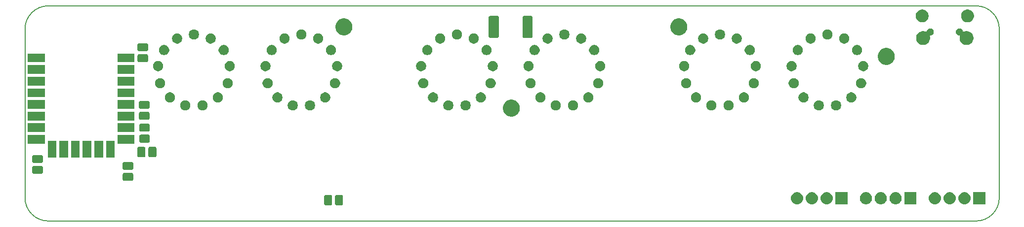
<source format=gbr>
%TF.GenerationSoftware,KiCad,Pcbnew,(5.0.1)-4*%
%TF.CreationDate,2019-04-12T07:50:59+02:00*%
%TF.ProjectId,nixie,6E697869652E6B696361645F70636200,rev?*%
%TF.SameCoordinates,Original*%
%TF.FileFunction,Soldermask,Bot*%
%TF.FilePolarity,Negative*%
%FSLAX46Y46*%
G04 Gerber Fmt 4.6, Leading zero omitted, Abs format (unit mm)*
G04 Created by KiCad (PCBNEW (5.0.1)-4) date 12/04/2019 7:50:59*
%MOMM*%
%LPD*%
G01*
G04 APERTURE LIST*
%ADD10C,0.200000*%
%ADD11C,0.100000*%
G04 APERTURE END LIST*
D10*
X71251000Y-120249000D02*
G75*
G02X67251000Y-116249000I0J4000000D01*
G01*
X71251000Y-120249000D02*
X230251000Y-120249000D01*
X234251000Y-87249000D02*
X234251000Y-116249000D01*
X67251000Y-87249000D02*
G75*
G02X71251000Y-83249000I4000000J0D01*
G01*
X234251000Y-116249000D02*
G75*
G02X230251000Y-120249000I-4000000J0D01*
G01*
X67251000Y-87249000D02*
X67251000Y-116249000D01*
X71251000Y-83249000D02*
X230251000Y-83249000D01*
X230251000Y-83249000D02*
G75*
G02X234251000Y-87249000I0J-4000000D01*
G01*
D11*
G36*
X121540497Y-115755497D02*
X121593153Y-115771470D01*
X121641665Y-115797400D01*
X121684196Y-115832304D01*
X121719100Y-115874835D01*
X121745030Y-115923347D01*
X121761003Y-115976003D01*
X121767000Y-116036890D01*
X121767000Y-117262110D01*
X121761003Y-117322997D01*
X121745030Y-117375653D01*
X121719100Y-117424165D01*
X121684196Y-117466696D01*
X121641665Y-117501600D01*
X121593153Y-117527530D01*
X121540497Y-117543503D01*
X121479610Y-117549500D01*
X120679390Y-117549500D01*
X120618503Y-117543503D01*
X120565847Y-117527530D01*
X120517335Y-117501600D01*
X120474804Y-117466696D01*
X120439900Y-117424165D01*
X120413970Y-117375653D01*
X120397997Y-117322997D01*
X120392000Y-117262110D01*
X120392000Y-116036890D01*
X120397997Y-115976003D01*
X120413970Y-115923347D01*
X120439900Y-115874835D01*
X120474804Y-115832304D01*
X120517335Y-115797400D01*
X120565847Y-115771470D01*
X120618503Y-115755497D01*
X120679390Y-115749500D01*
X121479610Y-115749500D01*
X121540497Y-115755497D01*
X121540497Y-115755497D01*
G37*
G36*
X119665497Y-115755497D02*
X119718153Y-115771470D01*
X119766665Y-115797400D01*
X119809196Y-115832304D01*
X119844100Y-115874835D01*
X119870030Y-115923347D01*
X119886003Y-115976003D01*
X119892000Y-116036890D01*
X119892000Y-117262110D01*
X119886003Y-117322997D01*
X119870030Y-117375653D01*
X119844100Y-117424165D01*
X119809196Y-117466696D01*
X119766665Y-117501600D01*
X119718153Y-117527530D01*
X119665497Y-117543503D01*
X119604610Y-117549500D01*
X118804390Y-117549500D01*
X118743503Y-117543503D01*
X118690847Y-117527530D01*
X118642335Y-117501600D01*
X118599804Y-117466696D01*
X118564900Y-117424165D01*
X118538970Y-117375653D01*
X118522997Y-117322997D01*
X118517000Y-117262110D01*
X118517000Y-116036890D01*
X118522997Y-115976003D01*
X118538970Y-115923347D01*
X118564900Y-115874835D01*
X118599804Y-115832304D01*
X118642335Y-115797400D01*
X118690847Y-115771470D01*
X118743503Y-115755497D01*
X118804390Y-115749500D01*
X119604610Y-115749500D01*
X119665497Y-115755497D01*
X119665497Y-115755497D01*
G37*
G36*
X220061500Y-117382000D02*
X217961500Y-117382000D01*
X217961500Y-115282000D01*
X220061500Y-115282000D01*
X220061500Y-117382000D01*
X220061500Y-117382000D01*
G37*
G36*
X199709207Y-115289597D02*
X199786336Y-115297193D01*
X199918287Y-115337220D01*
X199984263Y-115357233D01*
X200166672Y-115454733D01*
X200326554Y-115585946D01*
X200457767Y-115745828D01*
X200555267Y-115928237D01*
X200569756Y-115976003D01*
X200615307Y-116126164D01*
X200635580Y-116332000D01*
X200615307Y-116537836D01*
X200575280Y-116669787D01*
X200555267Y-116735763D01*
X200457767Y-116918172D01*
X200326554Y-117078054D01*
X200166672Y-117209267D01*
X199984263Y-117306767D01*
X199930759Y-117322997D01*
X199786336Y-117366807D01*
X199709207Y-117374403D01*
X199632080Y-117382000D01*
X199528920Y-117382000D01*
X199451793Y-117374403D01*
X199374664Y-117366807D01*
X199230241Y-117322997D01*
X199176737Y-117306767D01*
X198994328Y-117209267D01*
X198834446Y-117078054D01*
X198703233Y-116918172D01*
X198605733Y-116735763D01*
X198585720Y-116669787D01*
X198545693Y-116537836D01*
X198525420Y-116332000D01*
X198545693Y-116126164D01*
X198591244Y-115976003D01*
X198605733Y-115928237D01*
X198703233Y-115745828D01*
X198834446Y-115585946D01*
X198994328Y-115454733D01*
X199176737Y-115357233D01*
X199242713Y-115337220D01*
X199374664Y-115297193D01*
X199451793Y-115289597D01*
X199528920Y-115282000D01*
X199632080Y-115282000D01*
X199709207Y-115289597D01*
X199709207Y-115289597D01*
G37*
G36*
X202249207Y-115289597D02*
X202326336Y-115297193D01*
X202458287Y-115337220D01*
X202524263Y-115357233D01*
X202706672Y-115454733D01*
X202866554Y-115585946D01*
X202997767Y-115745828D01*
X203095267Y-115928237D01*
X203109756Y-115976003D01*
X203155307Y-116126164D01*
X203175580Y-116332000D01*
X203155307Y-116537836D01*
X203115280Y-116669787D01*
X203095267Y-116735763D01*
X202997767Y-116918172D01*
X202866554Y-117078054D01*
X202706672Y-117209267D01*
X202524263Y-117306767D01*
X202470759Y-117322997D01*
X202326336Y-117366807D01*
X202249207Y-117374403D01*
X202172080Y-117382000D01*
X202068920Y-117382000D01*
X201991793Y-117374403D01*
X201914664Y-117366807D01*
X201770241Y-117322997D01*
X201716737Y-117306767D01*
X201534328Y-117209267D01*
X201374446Y-117078054D01*
X201243233Y-116918172D01*
X201145733Y-116735763D01*
X201125720Y-116669787D01*
X201085693Y-116537836D01*
X201065420Y-116332000D01*
X201085693Y-116126164D01*
X201131244Y-115976003D01*
X201145733Y-115928237D01*
X201243233Y-115745828D01*
X201374446Y-115585946D01*
X201534328Y-115454733D01*
X201716737Y-115357233D01*
X201782713Y-115337220D01*
X201914664Y-115297193D01*
X201991793Y-115289597D01*
X202068920Y-115282000D01*
X202172080Y-115282000D01*
X202249207Y-115289597D01*
X202249207Y-115289597D01*
G37*
G36*
X204789207Y-115289597D02*
X204866336Y-115297193D01*
X204998287Y-115337220D01*
X205064263Y-115357233D01*
X205246672Y-115454733D01*
X205406554Y-115585946D01*
X205537767Y-115745828D01*
X205635267Y-115928237D01*
X205649756Y-115976003D01*
X205695307Y-116126164D01*
X205715580Y-116332000D01*
X205695307Y-116537836D01*
X205655280Y-116669787D01*
X205635267Y-116735763D01*
X205537767Y-116918172D01*
X205406554Y-117078054D01*
X205246672Y-117209267D01*
X205064263Y-117306767D01*
X205010759Y-117322997D01*
X204866336Y-117366807D01*
X204789207Y-117374403D01*
X204712080Y-117382000D01*
X204608920Y-117382000D01*
X204531793Y-117374403D01*
X204454664Y-117366807D01*
X204310241Y-117322997D01*
X204256737Y-117306767D01*
X204074328Y-117209267D01*
X203914446Y-117078054D01*
X203783233Y-116918172D01*
X203685733Y-116735763D01*
X203665720Y-116669787D01*
X203625693Y-116537836D01*
X203605420Y-116332000D01*
X203625693Y-116126164D01*
X203671244Y-115976003D01*
X203685733Y-115928237D01*
X203783233Y-115745828D01*
X203914446Y-115585946D01*
X204074328Y-115454733D01*
X204256737Y-115357233D01*
X204322713Y-115337220D01*
X204454664Y-115297193D01*
X204531793Y-115289597D01*
X204608920Y-115282000D01*
X204712080Y-115282000D01*
X204789207Y-115289597D01*
X204789207Y-115289597D01*
G37*
G36*
X208250500Y-117382000D02*
X206150500Y-117382000D01*
X206150500Y-115282000D01*
X208250500Y-115282000D01*
X208250500Y-117382000D01*
X208250500Y-117382000D01*
G37*
G36*
X231872500Y-117382000D02*
X229772500Y-117382000D01*
X229772500Y-115282000D01*
X231872500Y-115282000D01*
X231872500Y-117382000D01*
X231872500Y-117382000D01*
G37*
G36*
X228411207Y-115289597D02*
X228488336Y-115297193D01*
X228620287Y-115337220D01*
X228686263Y-115357233D01*
X228868672Y-115454733D01*
X229028554Y-115585946D01*
X229159767Y-115745828D01*
X229257267Y-115928237D01*
X229271756Y-115976003D01*
X229317307Y-116126164D01*
X229337580Y-116332000D01*
X229317307Y-116537836D01*
X229277280Y-116669787D01*
X229257267Y-116735763D01*
X229159767Y-116918172D01*
X229028554Y-117078054D01*
X228868672Y-117209267D01*
X228686263Y-117306767D01*
X228632759Y-117322997D01*
X228488336Y-117366807D01*
X228411207Y-117374403D01*
X228334080Y-117382000D01*
X228230920Y-117382000D01*
X228153793Y-117374403D01*
X228076664Y-117366807D01*
X227932241Y-117322997D01*
X227878737Y-117306767D01*
X227696328Y-117209267D01*
X227536446Y-117078054D01*
X227405233Y-116918172D01*
X227307733Y-116735763D01*
X227287720Y-116669787D01*
X227247693Y-116537836D01*
X227227420Y-116332000D01*
X227247693Y-116126164D01*
X227293244Y-115976003D01*
X227307733Y-115928237D01*
X227405233Y-115745828D01*
X227536446Y-115585946D01*
X227696328Y-115454733D01*
X227878737Y-115357233D01*
X227944713Y-115337220D01*
X228076664Y-115297193D01*
X228153793Y-115289597D01*
X228230920Y-115282000D01*
X228334080Y-115282000D01*
X228411207Y-115289597D01*
X228411207Y-115289597D01*
G37*
G36*
X225871207Y-115289597D02*
X225948336Y-115297193D01*
X226080287Y-115337220D01*
X226146263Y-115357233D01*
X226328672Y-115454733D01*
X226488554Y-115585946D01*
X226619767Y-115745828D01*
X226717267Y-115928237D01*
X226731756Y-115976003D01*
X226777307Y-116126164D01*
X226797580Y-116332000D01*
X226777307Y-116537836D01*
X226737280Y-116669787D01*
X226717267Y-116735763D01*
X226619767Y-116918172D01*
X226488554Y-117078054D01*
X226328672Y-117209267D01*
X226146263Y-117306767D01*
X226092759Y-117322997D01*
X225948336Y-117366807D01*
X225871207Y-117374403D01*
X225794080Y-117382000D01*
X225690920Y-117382000D01*
X225613793Y-117374403D01*
X225536664Y-117366807D01*
X225392241Y-117322997D01*
X225338737Y-117306767D01*
X225156328Y-117209267D01*
X224996446Y-117078054D01*
X224865233Y-116918172D01*
X224767733Y-116735763D01*
X224747720Y-116669787D01*
X224707693Y-116537836D01*
X224687420Y-116332000D01*
X224707693Y-116126164D01*
X224753244Y-115976003D01*
X224767733Y-115928237D01*
X224865233Y-115745828D01*
X224996446Y-115585946D01*
X225156328Y-115454733D01*
X225338737Y-115357233D01*
X225404713Y-115337220D01*
X225536664Y-115297193D01*
X225613793Y-115289597D01*
X225690920Y-115282000D01*
X225794080Y-115282000D01*
X225871207Y-115289597D01*
X225871207Y-115289597D01*
G37*
G36*
X223331207Y-115289597D02*
X223408336Y-115297193D01*
X223540287Y-115337220D01*
X223606263Y-115357233D01*
X223788672Y-115454733D01*
X223948554Y-115585946D01*
X224079767Y-115745828D01*
X224177267Y-115928237D01*
X224191756Y-115976003D01*
X224237307Y-116126164D01*
X224257580Y-116332000D01*
X224237307Y-116537836D01*
X224197280Y-116669787D01*
X224177267Y-116735763D01*
X224079767Y-116918172D01*
X223948554Y-117078054D01*
X223788672Y-117209267D01*
X223606263Y-117306767D01*
X223552759Y-117322997D01*
X223408336Y-117366807D01*
X223331207Y-117374403D01*
X223254080Y-117382000D01*
X223150920Y-117382000D01*
X223073793Y-117374403D01*
X222996664Y-117366807D01*
X222852241Y-117322997D01*
X222798737Y-117306767D01*
X222616328Y-117209267D01*
X222456446Y-117078054D01*
X222325233Y-116918172D01*
X222227733Y-116735763D01*
X222207720Y-116669787D01*
X222167693Y-116537836D01*
X222147420Y-116332000D01*
X222167693Y-116126164D01*
X222213244Y-115976003D01*
X222227733Y-115928237D01*
X222325233Y-115745828D01*
X222456446Y-115585946D01*
X222616328Y-115454733D01*
X222798737Y-115357233D01*
X222864713Y-115337220D01*
X222996664Y-115297193D01*
X223073793Y-115289597D01*
X223150920Y-115282000D01*
X223254080Y-115282000D01*
X223331207Y-115289597D01*
X223331207Y-115289597D01*
G37*
G36*
X211520207Y-115289597D02*
X211597336Y-115297193D01*
X211729287Y-115337220D01*
X211795263Y-115357233D01*
X211977672Y-115454733D01*
X212137554Y-115585946D01*
X212268767Y-115745828D01*
X212366267Y-115928237D01*
X212380756Y-115976003D01*
X212426307Y-116126164D01*
X212446580Y-116332000D01*
X212426307Y-116537836D01*
X212386280Y-116669787D01*
X212366267Y-116735763D01*
X212268767Y-116918172D01*
X212137554Y-117078054D01*
X211977672Y-117209267D01*
X211795263Y-117306767D01*
X211741759Y-117322997D01*
X211597336Y-117366807D01*
X211520207Y-117374403D01*
X211443080Y-117382000D01*
X211339920Y-117382000D01*
X211262793Y-117374403D01*
X211185664Y-117366807D01*
X211041241Y-117322997D01*
X210987737Y-117306767D01*
X210805328Y-117209267D01*
X210645446Y-117078054D01*
X210514233Y-116918172D01*
X210416733Y-116735763D01*
X210396720Y-116669787D01*
X210356693Y-116537836D01*
X210336420Y-116332000D01*
X210356693Y-116126164D01*
X210402244Y-115976003D01*
X210416733Y-115928237D01*
X210514233Y-115745828D01*
X210645446Y-115585946D01*
X210805328Y-115454733D01*
X210987737Y-115357233D01*
X211053713Y-115337220D01*
X211185664Y-115297193D01*
X211262793Y-115289597D01*
X211339920Y-115282000D01*
X211443080Y-115282000D01*
X211520207Y-115289597D01*
X211520207Y-115289597D01*
G37*
G36*
X214060207Y-115289597D02*
X214137336Y-115297193D01*
X214269287Y-115337220D01*
X214335263Y-115357233D01*
X214517672Y-115454733D01*
X214677554Y-115585946D01*
X214808767Y-115745828D01*
X214906267Y-115928237D01*
X214920756Y-115976003D01*
X214966307Y-116126164D01*
X214986580Y-116332000D01*
X214966307Y-116537836D01*
X214926280Y-116669787D01*
X214906267Y-116735763D01*
X214808767Y-116918172D01*
X214677554Y-117078054D01*
X214517672Y-117209267D01*
X214335263Y-117306767D01*
X214281759Y-117322997D01*
X214137336Y-117366807D01*
X214060207Y-117374403D01*
X213983080Y-117382000D01*
X213879920Y-117382000D01*
X213802793Y-117374403D01*
X213725664Y-117366807D01*
X213581241Y-117322997D01*
X213527737Y-117306767D01*
X213345328Y-117209267D01*
X213185446Y-117078054D01*
X213054233Y-116918172D01*
X212956733Y-116735763D01*
X212936720Y-116669787D01*
X212896693Y-116537836D01*
X212876420Y-116332000D01*
X212896693Y-116126164D01*
X212942244Y-115976003D01*
X212956733Y-115928237D01*
X213054233Y-115745828D01*
X213185446Y-115585946D01*
X213345328Y-115454733D01*
X213527737Y-115357233D01*
X213593713Y-115337220D01*
X213725664Y-115297193D01*
X213802793Y-115289597D01*
X213879920Y-115282000D01*
X213983080Y-115282000D01*
X214060207Y-115289597D01*
X214060207Y-115289597D01*
G37*
G36*
X216600207Y-115289597D02*
X216677336Y-115297193D01*
X216809287Y-115337220D01*
X216875263Y-115357233D01*
X217057672Y-115454733D01*
X217217554Y-115585946D01*
X217348767Y-115745828D01*
X217446267Y-115928237D01*
X217460756Y-115976003D01*
X217506307Y-116126164D01*
X217526580Y-116332000D01*
X217506307Y-116537836D01*
X217466280Y-116669787D01*
X217446267Y-116735763D01*
X217348767Y-116918172D01*
X217217554Y-117078054D01*
X217057672Y-117209267D01*
X216875263Y-117306767D01*
X216821759Y-117322997D01*
X216677336Y-117366807D01*
X216600207Y-117374403D01*
X216523080Y-117382000D01*
X216419920Y-117382000D01*
X216342793Y-117374403D01*
X216265664Y-117366807D01*
X216121241Y-117322997D01*
X216067737Y-117306767D01*
X215885328Y-117209267D01*
X215725446Y-117078054D01*
X215594233Y-116918172D01*
X215496733Y-116735763D01*
X215476720Y-116669787D01*
X215436693Y-116537836D01*
X215416420Y-116332000D01*
X215436693Y-116126164D01*
X215482244Y-115976003D01*
X215496733Y-115928237D01*
X215594233Y-115745828D01*
X215725446Y-115585946D01*
X215885328Y-115454733D01*
X216067737Y-115357233D01*
X216133713Y-115337220D01*
X216265664Y-115297193D01*
X216342793Y-115289597D01*
X216419920Y-115282000D01*
X216523080Y-115282000D01*
X216600207Y-115289597D01*
X216600207Y-115289597D01*
G37*
G36*
X85572997Y-111967497D02*
X85625653Y-111983470D01*
X85674165Y-112009400D01*
X85716696Y-112044304D01*
X85751600Y-112086835D01*
X85777530Y-112135347D01*
X85793503Y-112188003D01*
X85799500Y-112248890D01*
X85799500Y-113049110D01*
X85793503Y-113109997D01*
X85777530Y-113162653D01*
X85751600Y-113211165D01*
X85716696Y-113253696D01*
X85674165Y-113288600D01*
X85625653Y-113314530D01*
X85572997Y-113330503D01*
X85512110Y-113336500D01*
X84286890Y-113336500D01*
X84226003Y-113330503D01*
X84173347Y-113314530D01*
X84124835Y-113288600D01*
X84082304Y-113253696D01*
X84047400Y-113211165D01*
X84021470Y-113162653D01*
X84005497Y-113109997D01*
X83999500Y-113049110D01*
X83999500Y-112248890D01*
X84005497Y-112188003D01*
X84021470Y-112135347D01*
X84047400Y-112086835D01*
X84082304Y-112044304D01*
X84124835Y-112009400D01*
X84173347Y-111983470D01*
X84226003Y-111967497D01*
X84286890Y-111961500D01*
X85512110Y-111961500D01*
X85572997Y-111967497D01*
X85572997Y-111967497D01*
G37*
G36*
X70078997Y-110760997D02*
X70131653Y-110776970D01*
X70180165Y-110802900D01*
X70222696Y-110837804D01*
X70257600Y-110880335D01*
X70283530Y-110928847D01*
X70299503Y-110981503D01*
X70305500Y-111042390D01*
X70305500Y-111842610D01*
X70299503Y-111903497D01*
X70283530Y-111956153D01*
X70257600Y-112004665D01*
X70222696Y-112047196D01*
X70180165Y-112082100D01*
X70131653Y-112108030D01*
X70078997Y-112124003D01*
X70018110Y-112130000D01*
X68792890Y-112130000D01*
X68732003Y-112124003D01*
X68679347Y-112108030D01*
X68630835Y-112082100D01*
X68588304Y-112047196D01*
X68553400Y-112004665D01*
X68527470Y-111956153D01*
X68511497Y-111903497D01*
X68505500Y-111842610D01*
X68505500Y-111042390D01*
X68511497Y-110981503D01*
X68527470Y-110928847D01*
X68553400Y-110880335D01*
X68588304Y-110837804D01*
X68630835Y-110802900D01*
X68679347Y-110776970D01*
X68732003Y-110760997D01*
X68792890Y-110755000D01*
X70018110Y-110755000D01*
X70078997Y-110760997D01*
X70078997Y-110760997D01*
G37*
G36*
X85572997Y-110092497D02*
X85625653Y-110108470D01*
X85674165Y-110134400D01*
X85716696Y-110169304D01*
X85751600Y-110211835D01*
X85777530Y-110260347D01*
X85793503Y-110313003D01*
X85799500Y-110373890D01*
X85799500Y-111174110D01*
X85793503Y-111234997D01*
X85777530Y-111287653D01*
X85751600Y-111336165D01*
X85716696Y-111378696D01*
X85674165Y-111413600D01*
X85625653Y-111439530D01*
X85572997Y-111455503D01*
X85512110Y-111461500D01*
X84286890Y-111461500D01*
X84226003Y-111455503D01*
X84173347Y-111439530D01*
X84124835Y-111413600D01*
X84082304Y-111378696D01*
X84047400Y-111336165D01*
X84021470Y-111287653D01*
X84005497Y-111234997D01*
X83999500Y-111174110D01*
X83999500Y-110373890D01*
X84005497Y-110313003D01*
X84021470Y-110260347D01*
X84047400Y-110211835D01*
X84082304Y-110169304D01*
X84124835Y-110134400D01*
X84173347Y-110108470D01*
X84226003Y-110092497D01*
X84286890Y-110086500D01*
X85512110Y-110086500D01*
X85572997Y-110092497D01*
X85572997Y-110092497D01*
G37*
G36*
X70078997Y-108885997D02*
X70131653Y-108901970D01*
X70180165Y-108927900D01*
X70222696Y-108962804D01*
X70257600Y-109005335D01*
X70283530Y-109053847D01*
X70299503Y-109106503D01*
X70305500Y-109167390D01*
X70305500Y-109967610D01*
X70299503Y-110028497D01*
X70283530Y-110081153D01*
X70257600Y-110129665D01*
X70222696Y-110172196D01*
X70180165Y-110207100D01*
X70131653Y-110233030D01*
X70078997Y-110249003D01*
X70018110Y-110255000D01*
X68792890Y-110255000D01*
X68732003Y-110249003D01*
X68679347Y-110233030D01*
X68630835Y-110207100D01*
X68588304Y-110172196D01*
X68553400Y-110129665D01*
X68527470Y-110081153D01*
X68511497Y-110028497D01*
X68505500Y-109967610D01*
X68505500Y-109167390D01*
X68511497Y-109106503D01*
X68527470Y-109053847D01*
X68553400Y-109005335D01*
X68588304Y-108962804D01*
X68630835Y-108927900D01*
X68679347Y-108901970D01*
X68732003Y-108885997D01*
X68792890Y-108880000D01*
X70018110Y-108880000D01*
X70078997Y-108885997D01*
X70078997Y-108885997D01*
G37*
G36*
X82643500Y-109352000D02*
X81143500Y-109352000D01*
X81143500Y-106452000D01*
X82643500Y-106452000D01*
X82643500Y-109352000D01*
X82643500Y-109352000D01*
G37*
G36*
X74643500Y-109352000D02*
X73143500Y-109352000D01*
X73143500Y-106452000D01*
X74643500Y-106452000D01*
X74643500Y-109352000D01*
X74643500Y-109352000D01*
G37*
G36*
X80643500Y-109352000D02*
X79143500Y-109352000D01*
X79143500Y-106452000D01*
X80643500Y-106452000D01*
X80643500Y-109352000D01*
X80643500Y-109352000D01*
G37*
G36*
X78643500Y-109352000D02*
X77143500Y-109352000D01*
X77143500Y-106452000D01*
X78643500Y-106452000D01*
X78643500Y-109352000D01*
X78643500Y-109352000D01*
G37*
G36*
X76643500Y-109352000D02*
X75143500Y-109352000D01*
X75143500Y-106452000D01*
X76643500Y-106452000D01*
X76643500Y-109352000D01*
X76643500Y-109352000D01*
G37*
G36*
X72643500Y-109352000D02*
X71143500Y-109352000D01*
X71143500Y-106452000D01*
X72643500Y-106452000D01*
X72643500Y-109352000D01*
X72643500Y-109352000D01*
G37*
G36*
X89551497Y-107500497D02*
X89604153Y-107516470D01*
X89652665Y-107542400D01*
X89695196Y-107577304D01*
X89730100Y-107619835D01*
X89756030Y-107668347D01*
X89772003Y-107721003D01*
X89778000Y-107781890D01*
X89778000Y-109007110D01*
X89772003Y-109067997D01*
X89756030Y-109120653D01*
X89730100Y-109169165D01*
X89695196Y-109211696D01*
X89652665Y-109246600D01*
X89604153Y-109272530D01*
X89551497Y-109288503D01*
X89490610Y-109294500D01*
X88690390Y-109294500D01*
X88629503Y-109288503D01*
X88576847Y-109272530D01*
X88528335Y-109246600D01*
X88485804Y-109211696D01*
X88450900Y-109169165D01*
X88424970Y-109120653D01*
X88408997Y-109067997D01*
X88403000Y-109007110D01*
X88403000Y-107781890D01*
X88408997Y-107721003D01*
X88424970Y-107668347D01*
X88450900Y-107619835D01*
X88485804Y-107577304D01*
X88528335Y-107542400D01*
X88576847Y-107516470D01*
X88629503Y-107500497D01*
X88690390Y-107494500D01*
X89490610Y-107494500D01*
X89551497Y-107500497D01*
X89551497Y-107500497D01*
G37*
G36*
X87676497Y-107500497D02*
X87729153Y-107516470D01*
X87777665Y-107542400D01*
X87820196Y-107577304D01*
X87855100Y-107619835D01*
X87881030Y-107668347D01*
X87897003Y-107721003D01*
X87903000Y-107781890D01*
X87903000Y-109007110D01*
X87897003Y-109067997D01*
X87881030Y-109120653D01*
X87855100Y-109169165D01*
X87820196Y-109211696D01*
X87777665Y-109246600D01*
X87729153Y-109272530D01*
X87676497Y-109288503D01*
X87615610Y-109294500D01*
X86815390Y-109294500D01*
X86754503Y-109288503D01*
X86701847Y-109272530D01*
X86653335Y-109246600D01*
X86610804Y-109211696D01*
X86575900Y-109169165D01*
X86549970Y-109120653D01*
X86533997Y-109067997D01*
X86528000Y-109007110D01*
X86528000Y-107781890D01*
X86533997Y-107721003D01*
X86549970Y-107668347D01*
X86575900Y-107619835D01*
X86610804Y-107577304D01*
X86653335Y-107542400D01*
X86701847Y-107516470D01*
X86754503Y-107500497D01*
X86815390Y-107494500D01*
X87615610Y-107494500D01*
X87676497Y-107500497D01*
X87676497Y-107500497D01*
G37*
G36*
X86033500Y-106952000D02*
X83133500Y-106952000D01*
X83133500Y-105452000D01*
X86033500Y-105452000D01*
X86033500Y-106952000D01*
X86033500Y-106952000D01*
G37*
G36*
X70633500Y-106952000D02*
X67733500Y-106952000D01*
X67733500Y-105452000D01*
X70633500Y-105452000D01*
X70633500Y-106952000D01*
X70633500Y-106952000D01*
G37*
G36*
X88430497Y-105396997D02*
X88483153Y-105412970D01*
X88531665Y-105438900D01*
X88574196Y-105473804D01*
X88609100Y-105516335D01*
X88635030Y-105564847D01*
X88651003Y-105617503D01*
X88657000Y-105678390D01*
X88657000Y-106478610D01*
X88651003Y-106539497D01*
X88635030Y-106592153D01*
X88609100Y-106640665D01*
X88574196Y-106683196D01*
X88531665Y-106718100D01*
X88483153Y-106744030D01*
X88430497Y-106760003D01*
X88369610Y-106766000D01*
X87144390Y-106766000D01*
X87083503Y-106760003D01*
X87030847Y-106744030D01*
X86982335Y-106718100D01*
X86939804Y-106683196D01*
X86904900Y-106640665D01*
X86878970Y-106592153D01*
X86862997Y-106539497D01*
X86857000Y-106478610D01*
X86857000Y-105678390D01*
X86862997Y-105617503D01*
X86878970Y-105564847D01*
X86904900Y-105516335D01*
X86939804Y-105473804D01*
X86982335Y-105438900D01*
X87030847Y-105412970D01*
X87083503Y-105396997D01*
X87144390Y-105391000D01*
X88369610Y-105391000D01*
X88430497Y-105396997D01*
X88430497Y-105396997D01*
G37*
G36*
X86033500Y-104952000D02*
X83133500Y-104952000D01*
X83133500Y-103452000D01*
X86033500Y-103452000D01*
X86033500Y-104952000D01*
X86033500Y-104952000D01*
G37*
G36*
X70633500Y-104952000D02*
X67733500Y-104952000D01*
X67733500Y-103452000D01*
X70633500Y-103452000D01*
X70633500Y-104952000D01*
X70633500Y-104952000D01*
G37*
G36*
X88430497Y-103521997D02*
X88483153Y-103537970D01*
X88531665Y-103563900D01*
X88574196Y-103598804D01*
X88609100Y-103641335D01*
X88635030Y-103689847D01*
X88651003Y-103742503D01*
X88657000Y-103803390D01*
X88657000Y-104603610D01*
X88651003Y-104664497D01*
X88635030Y-104717153D01*
X88609100Y-104765665D01*
X88574196Y-104808196D01*
X88531665Y-104843100D01*
X88483153Y-104869030D01*
X88430497Y-104885003D01*
X88369610Y-104891000D01*
X87144390Y-104891000D01*
X87083503Y-104885003D01*
X87030847Y-104869030D01*
X86982335Y-104843100D01*
X86939804Y-104808196D01*
X86904900Y-104765665D01*
X86878970Y-104717153D01*
X86862997Y-104664497D01*
X86857000Y-104603610D01*
X86857000Y-103803390D01*
X86862997Y-103742503D01*
X86878970Y-103689847D01*
X86904900Y-103641335D01*
X86939804Y-103598804D01*
X86982335Y-103563900D01*
X87030847Y-103537970D01*
X87083503Y-103521997D01*
X87144390Y-103516000D01*
X88369610Y-103516000D01*
X88430497Y-103521997D01*
X88430497Y-103521997D01*
G37*
G36*
X86033500Y-102952000D02*
X83133500Y-102952000D01*
X83133500Y-101452000D01*
X86033500Y-101452000D01*
X86033500Y-102952000D01*
X86033500Y-102952000D01*
G37*
G36*
X70633500Y-102952000D02*
X67733500Y-102952000D01*
X67733500Y-101452000D01*
X70633500Y-101452000D01*
X70633500Y-102952000D01*
X70633500Y-102952000D01*
G37*
G36*
X88366997Y-101459997D02*
X88419653Y-101475970D01*
X88468165Y-101501900D01*
X88510696Y-101536804D01*
X88545600Y-101579335D01*
X88571530Y-101627847D01*
X88587503Y-101680503D01*
X88593500Y-101741390D01*
X88593500Y-102541610D01*
X88587503Y-102602497D01*
X88571530Y-102655153D01*
X88545600Y-102703665D01*
X88510696Y-102746196D01*
X88468165Y-102781100D01*
X88419653Y-102807030D01*
X88366997Y-102823003D01*
X88306110Y-102829000D01*
X87080890Y-102829000D01*
X87020003Y-102823003D01*
X86967347Y-102807030D01*
X86918835Y-102781100D01*
X86876304Y-102746196D01*
X86841400Y-102703665D01*
X86815470Y-102655153D01*
X86799497Y-102602497D01*
X86793500Y-102541610D01*
X86793500Y-101741390D01*
X86799497Y-101680503D01*
X86815470Y-101627847D01*
X86841400Y-101579335D01*
X86876304Y-101536804D01*
X86918835Y-101501900D01*
X86967347Y-101475970D01*
X87020003Y-101459997D01*
X87080890Y-101454000D01*
X88306110Y-101454000D01*
X88366997Y-101459997D01*
X88366997Y-101459997D01*
G37*
G36*
X151044947Y-99443722D02*
X151308833Y-99553027D01*
X151546324Y-99711713D01*
X151748287Y-99913676D01*
X151906973Y-100151167D01*
X152016278Y-100415053D01*
X152072000Y-100695186D01*
X152072000Y-100980814D01*
X152016278Y-101260947D01*
X151906973Y-101524833D01*
X151748287Y-101762324D01*
X151546324Y-101964287D01*
X151308833Y-102122973D01*
X151044947Y-102232278D01*
X150764814Y-102288000D01*
X150479186Y-102288000D01*
X150199053Y-102232278D01*
X149935167Y-102122973D01*
X149697676Y-101964287D01*
X149495713Y-101762324D01*
X149337027Y-101524833D01*
X149227722Y-101260947D01*
X149172000Y-100980814D01*
X149172000Y-100695186D01*
X149227722Y-100415053D01*
X149337027Y-100151167D01*
X149495713Y-99913676D01*
X149697676Y-99711713D01*
X149935167Y-99553027D01*
X150199053Y-99443722D01*
X150479186Y-99388000D01*
X150764814Y-99388000D01*
X151044947Y-99443722D01*
X151044947Y-99443722D01*
G37*
G36*
X206522994Y-99531092D02*
X206681888Y-99596908D01*
X206824889Y-99692459D01*
X206946501Y-99814071D01*
X207042052Y-99957072D01*
X207107868Y-100115966D01*
X207141420Y-100284647D01*
X207141420Y-100456633D01*
X207107868Y-100625314D01*
X207042052Y-100784208D01*
X206946501Y-100927209D01*
X206824889Y-101048821D01*
X206681888Y-101144372D01*
X206522994Y-101210188D01*
X206354313Y-101243740D01*
X206182327Y-101243740D01*
X206013646Y-101210188D01*
X205854752Y-101144372D01*
X205711751Y-101048821D01*
X205590139Y-100927209D01*
X205494588Y-100784208D01*
X205428772Y-100625314D01*
X205395220Y-100456633D01*
X205395220Y-100284647D01*
X205428772Y-100115966D01*
X205494588Y-99957072D01*
X205590139Y-99814071D01*
X205711751Y-99692459D01*
X205854752Y-99596908D01*
X206013646Y-99531092D01*
X206182327Y-99497540D01*
X206354313Y-99497540D01*
X206522994Y-99531092D01*
X206522994Y-99531092D01*
G37*
G36*
X188107994Y-99531092D02*
X188266888Y-99596908D01*
X188409889Y-99692459D01*
X188531501Y-99814071D01*
X188627052Y-99957072D01*
X188692868Y-100115966D01*
X188726420Y-100284647D01*
X188726420Y-100456633D01*
X188692868Y-100625314D01*
X188627052Y-100784208D01*
X188531501Y-100927209D01*
X188409889Y-101048821D01*
X188266888Y-101144372D01*
X188107994Y-101210188D01*
X187939313Y-101243740D01*
X187767327Y-101243740D01*
X187598646Y-101210188D01*
X187439752Y-101144372D01*
X187296751Y-101048821D01*
X187175139Y-100927209D01*
X187079588Y-100784208D01*
X187013772Y-100625314D01*
X186980220Y-100456633D01*
X186980220Y-100284647D01*
X187013772Y-100115966D01*
X187079588Y-99957072D01*
X187175139Y-99814071D01*
X187296751Y-99692459D01*
X187439752Y-99596908D01*
X187598646Y-99531092D01*
X187767327Y-99497540D01*
X187939313Y-99497540D01*
X188107994Y-99531092D01*
X188107994Y-99531092D01*
G37*
G36*
X116352994Y-99531092D02*
X116511888Y-99596908D01*
X116654889Y-99692459D01*
X116776501Y-99814071D01*
X116872052Y-99957072D01*
X116937868Y-100115966D01*
X116971420Y-100284647D01*
X116971420Y-100456633D01*
X116937868Y-100625314D01*
X116872052Y-100784208D01*
X116776501Y-100927209D01*
X116654889Y-101048821D01*
X116511888Y-101144372D01*
X116352994Y-101210188D01*
X116184313Y-101243740D01*
X116012327Y-101243740D01*
X115843646Y-101210188D01*
X115684752Y-101144372D01*
X115541751Y-101048821D01*
X115420139Y-100927209D01*
X115324588Y-100784208D01*
X115258772Y-100625314D01*
X115225220Y-100456633D01*
X115225220Y-100284647D01*
X115258772Y-100115966D01*
X115324588Y-99957072D01*
X115420139Y-99814071D01*
X115541751Y-99692459D01*
X115684752Y-99596908D01*
X115843646Y-99531092D01*
X116012327Y-99497540D01*
X116184313Y-99497540D01*
X116352994Y-99531092D01*
X116352994Y-99531092D01*
G37*
G36*
X113391354Y-99531092D02*
X113550248Y-99596908D01*
X113693249Y-99692459D01*
X113814861Y-99814071D01*
X113910412Y-99957072D01*
X113976228Y-100115966D01*
X114009780Y-100284647D01*
X114009780Y-100456633D01*
X113976228Y-100625314D01*
X113910412Y-100784208D01*
X113814861Y-100927209D01*
X113693249Y-101048821D01*
X113550248Y-101144372D01*
X113391354Y-101210188D01*
X113222673Y-101243740D01*
X113050687Y-101243740D01*
X112882006Y-101210188D01*
X112723112Y-101144372D01*
X112580111Y-101048821D01*
X112458499Y-100927209D01*
X112362948Y-100784208D01*
X112297132Y-100625314D01*
X112263580Y-100456633D01*
X112263580Y-100284647D01*
X112297132Y-100115966D01*
X112362948Y-99957072D01*
X112458499Y-99814071D01*
X112580111Y-99692459D01*
X112723112Y-99596908D01*
X112882006Y-99531092D01*
X113050687Y-99497540D01*
X113222673Y-99497540D01*
X113391354Y-99531092D01*
X113391354Y-99531092D01*
G37*
G36*
X140061354Y-99531092D02*
X140220248Y-99596908D01*
X140363249Y-99692459D01*
X140484861Y-99814071D01*
X140580412Y-99957072D01*
X140646228Y-100115966D01*
X140679780Y-100284647D01*
X140679780Y-100456633D01*
X140646228Y-100625314D01*
X140580412Y-100784208D01*
X140484861Y-100927209D01*
X140363249Y-101048821D01*
X140220248Y-101144372D01*
X140061354Y-101210188D01*
X139892673Y-101243740D01*
X139720687Y-101243740D01*
X139552006Y-101210188D01*
X139393112Y-101144372D01*
X139250111Y-101048821D01*
X139128499Y-100927209D01*
X139032948Y-100784208D01*
X138967132Y-100625314D01*
X138933580Y-100456633D01*
X138933580Y-100284647D01*
X138967132Y-100115966D01*
X139032948Y-99957072D01*
X139128499Y-99814071D01*
X139250111Y-99692459D01*
X139393112Y-99596908D01*
X139552006Y-99531092D01*
X139720687Y-99497540D01*
X139892673Y-99497540D01*
X140061354Y-99531092D01*
X140061354Y-99531092D01*
G37*
G36*
X143022994Y-99531092D02*
X143181888Y-99596908D01*
X143324889Y-99692459D01*
X143446501Y-99814071D01*
X143542052Y-99957072D01*
X143607868Y-100115966D01*
X143641420Y-100284647D01*
X143641420Y-100456633D01*
X143607868Y-100625314D01*
X143542052Y-100784208D01*
X143446501Y-100927209D01*
X143324889Y-101048821D01*
X143181888Y-101144372D01*
X143022994Y-101210188D01*
X142854313Y-101243740D01*
X142682327Y-101243740D01*
X142513646Y-101210188D01*
X142354752Y-101144372D01*
X142211751Y-101048821D01*
X142090139Y-100927209D01*
X141994588Y-100784208D01*
X141928772Y-100625314D01*
X141895220Y-100456633D01*
X141895220Y-100284647D01*
X141928772Y-100115966D01*
X141994588Y-99957072D01*
X142090139Y-99814071D01*
X142211751Y-99692459D01*
X142354752Y-99596908D01*
X142513646Y-99531092D01*
X142682327Y-99497540D01*
X142854313Y-99497540D01*
X143022994Y-99531092D01*
X143022994Y-99531092D01*
G37*
G36*
X97937994Y-99531092D02*
X98096888Y-99596908D01*
X98239889Y-99692459D01*
X98361501Y-99814071D01*
X98457052Y-99957072D01*
X98522868Y-100115966D01*
X98556420Y-100284647D01*
X98556420Y-100456633D01*
X98522868Y-100625314D01*
X98457052Y-100784208D01*
X98361501Y-100927209D01*
X98239889Y-101048821D01*
X98096888Y-101144372D01*
X97937994Y-101210188D01*
X97769313Y-101243740D01*
X97597327Y-101243740D01*
X97428646Y-101210188D01*
X97269752Y-101144372D01*
X97126751Y-101048821D01*
X97005139Y-100927209D01*
X96909588Y-100784208D01*
X96843772Y-100625314D01*
X96810220Y-100456633D01*
X96810220Y-100284647D01*
X96843772Y-100115966D01*
X96909588Y-99957072D01*
X97005139Y-99814071D01*
X97126751Y-99692459D01*
X97269752Y-99596908D01*
X97428646Y-99531092D01*
X97597327Y-99497540D01*
X97769313Y-99497540D01*
X97937994Y-99531092D01*
X97937994Y-99531092D01*
G37*
G36*
X94976354Y-99531092D02*
X95135248Y-99596908D01*
X95278249Y-99692459D01*
X95399861Y-99814071D01*
X95495412Y-99957072D01*
X95561228Y-100115966D01*
X95594780Y-100284647D01*
X95594780Y-100456633D01*
X95561228Y-100625314D01*
X95495412Y-100784208D01*
X95399861Y-100927209D01*
X95278249Y-101048821D01*
X95135248Y-101144372D01*
X94976354Y-101210188D01*
X94807673Y-101243740D01*
X94635687Y-101243740D01*
X94467006Y-101210188D01*
X94308112Y-101144372D01*
X94165111Y-101048821D01*
X94043499Y-100927209D01*
X93947948Y-100784208D01*
X93882132Y-100625314D01*
X93848580Y-100456633D01*
X93848580Y-100284647D01*
X93882132Y-100115966D01*
X93947948Y-99957072D01*
X94043499Y-99814071D01*
X94165111Y-99692459D01*
X94308112Y-99596908D01*
X94467006Y-99531092D01*
X94635687Y-99497540D01*
X94807673Y-99497540D01*
X94976354Y-99531092D01*
X94976354Y-99531092D01*
G37*
G36*
X158476354Y-99531092D02*
X158635248Y-99596908D01*
X158778249Y-99692459D01*
X158899861Y-99814071D01*
X158995412Y-99957072D01*
X159061228Y-100115966D01*
X159094780Y-100284647D01*
X159094780Y-100456633D01*
X159061228Y-100625314D01*
X158995412Y-100784208D01*
X158899861Y-100927209D01*
X158778249Y-101048821D01*
X158635248Y-101144372D01*
X158476354Y-101210188D01*
X158307673Y-101243740D01*
X158135687Y-101243740D01*
X157967006Y-101210188D01*
X157808112Y-101144372D01*
X157665111Y-101048821D01*
X157543499Y-100927209D01*
X157447948Y-100784208D01*
X157382132Y-100625314D01*
X157348580Y-100456633D01*
X157348580Y-100284647D01*
X157382132Y-100115966D01*
X157447948Y-99957072D01*
X157543499Y-99814071D01*
X157665111Y-99692459D01*
X157808112Y-99596908D01*
X157967006Y-99531092D01*
X158135687Y-99497540D01*
X158307673Y-99497540D01*
X158476354Y-99531092D01*
X158476354Y-99531092D01*
G37*
G36*
X161437994Y-99531092D02*
X161596888Y-99596908D01*
X161739889Y-99692459D01*
X161861501Y-99814071D01*
X161957052Y-99957072D01*
X162022868Y-100115966D01*
X162056420Y-100284647D01*
X162056420Y-100456633D01*
X162022868Y-100625314D01*
X161957052Y-100784208D01*
X161861501Y-100927209D01*
X161739889Y-101048821D01*
X161596888Y-101144372D01*
X161437994Y-101210188D01*
X161269313Y-101243740D01*
X161097327Y-101243740D01*
X160928646Y-101210188D01*
X160769752Y-101144372D01*
X160626751Y-101048821D01*
X160505139Y-100927209D01*
X160409588Y-100784208D01*
X160343772Y-100625314D01*
X160310220Y-100456633D01*
X160310220Y-100284647D01*
X160343772Y-100115966D01*
X160409588Y-99957072D01*
X160505139Y-99814071D01*
X160626751Y-99692459D01*
X160769752Y-99596908D01*
X160928646Y-99531092D01*
X161097327Y-99497540D01*
X161269313Y-99497540D01*
X161437994Y-99531092D01*
X161437994Y-99531092D01*
G37*
G36*
X185146354Y-99531092D02*
X185305248Y-99596908D01*
X185448249Y-99692459D01*
X185569861Y-99814071D01*
X185665412Y-99957072D01*
X185731228Y-100115966D01*
X185764780Y-100284647D01*
X185764780Y-100456633D01*
X185731228Y-100625314D01*
X185665412Y-100784208D01*
X185569861Y-100927209D01*
X185448249Y-101048821D01*
X185305248Y-101144372D01*
X185146354Y-101210188D01*
X184977673Y-101243740D01*
X184805687Y-101243740D01*
X184637006Y-101210188D01*
X184478112Y-101144372D01*
X184335111Y-101048821D01*
X184213499Y-100927209D01*
X184117948Y-100784208D01*
X184052132Y-100625314D01*
X184018580Y-100456633D01*
X184018580Y-100284647D01*
X184052132Y-100115966D01*
X184117948Y-99957072D01*
X184213499Y-99814071D01*
X184335111Y-99692459D01*
X184478112Y-99596908D01*
X184637006Y-99531092D01*
X184805687Y-99497540D01*
X184977673Y-99497540D01*
X185146354Y-99531092D01*
X185146354Y-99531092D01*
G37*
G36*
X203561354Y-99531092D02*
X203720248Y-99596908D01*
X203863249Y-99692459D01*
X203984861Y-99814071D01*
X204080412Y-99957072D01*
X204146228Y-100115966D01*
X204179780Y-100284647D01*
X204179780Y-100456633D01*
X204146228Y-100625314D01*
X204080412Y-100784208D01*
X203984861Y-100927209D01*
X203863249Y-101048821D01*
X203720248Y-101144372D01*
X203561354Y-101210188D01*
X203392673Y-101243740D01*
X203220687Y-101243740D01*
X203052006Y-101210188D01*
X202893112Y-101144372D01*
X202750111Y-101048821D01*
X202628499Y-100927209D01*
X202532948Y-100784208D01*
X202467132Y-100625314D01*
X202433580Y-100456633D01*
X202433580Y-100284647D01*
X202467132Y-100115966D01*
X202532948Y-99957072D01*
X202628499Y-99814071D01*
X202750111Y-99692459D01*
X202893112Y-99596908D01*
X203052006Y-99531092D01*
X203220687Y-99497540D01*
X203392673Y-99497540D01*
X203561354Y-99531092D01*
X203561354Y-99531092D01*
G37*
G36*
X88366997Y-99584997D02*
X88419653Y-99600970D01*
X88468165Y-99626900D01*
X88510696Y-99661804D01*
X88545600Y-99704335D01*
X88571530Y-99752847D01*
X88587503Y-99805503D01*
X88593500Y-99866390D01*
X88593500Y-100666610D01*
X88587503Y-100727497D01*
X88571530Y-100780153D01*
X88545600Y-100828665D01*
X88510696Y-100871196D01*
X88468165Y-100906100D01*
X88419653Y-100932030D01*
X88366997Y-100948003D01*
X88306110Y-100954000D01*
X87080890Y-100954000D01*
X87020003Y-100948003D01*
X86967347Y-100932030D01*
X86918835Y-100906100D01*
X86876304Y-100871196D01*
X86841400Y-100828665D01*
X86815470Y-100780153D01*
X86799497Y-100727497D01*
X86793500Y-100666610D01*
X86793500Y-99866390D01*
X86799497Y-99805503D01*
X86815470Y-99752847D01*
X86841400Y-99704335D01*
X86876304Y-99661804D01*
X86918835Y-99626900D01*
X86967347Y-99600970D01*
X87020003Y-99584997D01*
X87080890Y-99579000D01*
X88306110Y-99579000D01*
X88366997Y-99584997D01*
X88366997Y-99584997D01*
G37*
G36*
X70633500Y-100952000D02*
X67733500Y-100952000D01*
X67733500Y-99452000D01*
X70633500Y-99452000D01*
X70633500Y-100952000D01*
X70633500Y-100952000D01*
G37*
G36*
X86033500Y-100952000D02*
X83133500Y-100952000D01*
X83133500Y-99452000D01*
X86033500Y-99452000D01*
X86033500Y-100952000D01*
X86033500Y-100952000D01*
G37*
G36*
X118976814Y-98154412D02*
X119135708Y-98220228D01*
X119278709Y-98315779D01*
X119400321Y-98437391D01*
X119495872Y-98580392D01*
X119561688Y-98739286D01*
X119595240Y-98907967D01*
X119595240Y-99079953D01*
X119561688Y-99248634D01*
X119495872Y-99407528D01*
X119400321Y-99550529D01*
X119278709Y-99672141D01*
X119135708Y-99767692D01*
X118976814Y-99833508D01*
X118808133Y-99867060D01*
X118636147Y-99867060D01*
X118467466Y-99833508D01*
X118308572Y-99767692D01*
X118165571Y-99672141D01*
X118043959Y-99550529D01*
X117948408Y-99407528D01*
X117882592Y-99248634D01*
X117849040Y-99079953D01*
X117849040Y-98907967D01*
X117882592Y-98739286D01*
X117948408Y-98580392D01*
X118043959Y-98437391D01*
X118165571Y-98315779D01*
X118308572Y-98220228D01*
X118467466Y-98154412D01*
X118636147Y-98120860D01*
X118808133Y-98120860D01*
X118976814Y-98154412D01*
X118976814Y-98154412D01*
G37*
G36*
X182522534Y-98154412D02*
X182681428Y-98220228D01*
X182824429Y-98315779D01*
X182946041Y-98437391D01*
X183041592Y-98580392D01*
X183107408Y-98739286D01*
X183140960Y-98907967D01*
X183140960Y-99079953D01*
X183107408Y-99248634D01*
X183041592Y-99407528D01*
X182946041Y-99550529D01*
X182824429Y-99672141D01*
X182681428Y-99767692D01*
X182522534Y-99833508D01*
X182353853Y-99867060D01*
X182181867Y-99867060D01*
X182013186Y-99833508D01*
X181854292Y-99767692D01*
X181711291Y-99672141D01*
X181589679Y-99550529D01*
X181494128Y-99407528D01*
X181428312Y-99248634D01*
X181394760Y-99079953D01*
X181394760Y-98907967D01*
X181428312Y-98739286D01*
X181494128Y-98580392D01*
X181589679Y-98437391D01*
X181711291Y-98315779D01*
X181854292Y-98220228D01*
X182013186Y-98154412D01*
X182181867Y-98120860D01*
X182353853Y-98120860D01*
X182522534Y-98154412D01*
X182522534Y-98154412D01*
G37*
G36*
X209146814Y-98154412D02*
X209305708Y-98220228D01*
X209448709Y-98315779D01*
X209570321Y-98437391D01*
X209665872Y-98580392D01*
X209731688Y-98739286D01*
X209765240Y-98907967D01*
X209765240Y-99079953D01*
X209731688Y-99248634D01*
X209665872Y-99407528D01*
X209570321Y-99550529D01*
X209448709Y-99672141D01*
X209305708Y-99767692D01*
X209146814Y-99833508D01*
X208978133Y-99867060D01*
X208806147Y-99867060D01*
X208637466Y-99833508D01*
X208478572Y-99767692D01*
X208335571Y-99672141D01*
X208213959Y-99550529D01*
X208118408Y-99407528D01*
X208052592Y-99248634D01*
X208019040Y-99079953D01*
X208019040Y-98907967D01*
X208052592Y-98739286D01*
X208118408Y-98580392D01*
X208213959Y-98437391D01*
X208335571Y-98315779D01*
X208478572Y-98220228D01*
X208637466Y-98154412D01*
X208806147Y-98120860D01*
X208978133Y-98120860D01*
X209146814Y-98154412D01*
X209146814Y-98154412D01*
G37*
G36*
X137437534Y-98154412D02*
X137596428Y-98220228D01*
X137739429Y-98315779D01*
X137861041Y-98437391D01*
X137956592Y-98580392D01*
X138022408Y-98739286D01*
X138055960Y-98907967D01*
X138055960Y-99079953D01*
X138022408Y-99248634D01*
X137956592Y-99407528D01*
X137861041Y-99550529D01*
X137739429Y-99672141D01*
X137596428Y-99767692D01*
X137437534Y-99833508D01*
X137268853Y-99867060D01*
X137096867Y-99867060D01*
X136928186Y-99833508D01*
X136769292Y-99767692D01*
X136626291Y-99672141D01*
X136504679Y-99550529D01*
X136409128Y-99407528D01*
X136343312Y-99248634D01*
X136309760Y-99079953D01*
X136309760Y-98907967D01*
X136343312Y-98739286D01*
X136409128Y-98580392D01*
X136504679Y-98437391D01*
X136626291Y-98315779D01*
X136769292Y-98220228D01*
X136928186Y-98154412D01*
X137096867Y-98120860D01*
X137268853Y-98120860D01*
X137437534Y-98154412D01*
X137437534Y-98154412D01*
G37*
G36*
X190731814Y-98154412D02*
X190890708Y-98220228D01*
X191033709Y-98315779D01*
X191155321Y-98437391D01*
X191250872Y-98580392D01*
X191316688Y-98739286D01*
X191350240Y-98907967D01*
X191350240Y-99079953D01*
X191316688Y-99248634D01*
X191250872Y-99407528D01*
X191155321Y-99550529D01*
X191033709Y-99672141D01*
X190890708Y-99767692D01*
X190731814Y-99833508D01*
X190563133Y-99867060D01*
X190391147Y-99867060D01*
X190222466Y-99833508D01*
X190063572Y-99767692D01*
X189920571Y-99672141D01*
X189798959Y-99550529D01*
X189703408Y-99407528D01*
X189637592Y-99248634D01*
X189604040Y-99079953D01*
X189604040Y-98907967D01*
X189637592Y-98739286D01*
X189703408Y-98580392D01*
X189798959Y-98437391D01*
X189920571Y-98315779D01*
X190063572Y-98220228D01*
X190222466Y-98154412D01*
X190391147Y-98120860D01*
X190563133Y-98120860D01*
X190731814Y-98154412D01*
X190731814Y-98154412D01*
G37*
G36*
X110767534Y-98154412D02*
X110926428Y-98220228D01*
X111069429Y-98315779D01*
X111191041Y-98437391D01*
X111286592Y-98580392D01*
X111352408Y-98739286D01*
X111385960Y-98907967D01*
X111385960Y-99079953D01*
X111352408Y-99248634D01*
X111286592Y-99407528D01*
X111191041Y-99550529D01*
X111069429Y-99672141D01*
X110926428Y-99767692D01*
X110767534Y-99833508D01*
X110598853Y-99867060D01*
X110426867Y-99867060D01*
X110258186Y-99833508D01*
X110099292Y-99767692D01*
X109956291Y-99672141D01*
X109834679Y-99550529D01*
X109739128Y-99407528D01*
X109673312Y-99248634D01*
X109639760Y-99079953D01*
X109639760Y-98907967D01*
X109673312Y-98739286D01*
X109739128Y-98580392D01*
X109834679Y-98437391D01*
X109956291Y-98315779D01*
X110099292Y-98220228D01*
X110258186Y-98154412D01*
X110426867Y-98120860D01*
X110598853Y-98120860D01*
X110767534Y-98154412D01*
X110767534Y-98154412D01*
G37*
G36*
X145646814Y-98154412D02*
X145805708Y-98220228D01*
X145948709Y-98315779D01*
X146070321Y-98437391D01*
X146165872Y-98580392D01*
X146231688Y-98739286D01*
X146265240Y-98907967D01*
X146265240Y-99079953D01*
X146231688Y-99248634D01*
X146165872Y-99407528D01*
X146070321Y-99550529D01*
X145948709Y-99672141D01*
X145805708Y-99767692D01*
X145646814Y-99833508D01*
X145478133Y-99867060D01*
X145306147Y-99867060D01*
X145137466Y-99833508D01*
X144978572Y-99767692D01*
X144835571Y-99672141D01*
X144713959Y-99550529D01*
X144618408Y-99407528D01*
X144552592Y-99248634D01*
X144519040Y-99079953D01*
X144519040Y-98907967D01*
X144552592Y-98739286D01*
X144618408Y-98580392D01*
X144713959Y-98437391D01*
X144835571Y-98315779D01*
X144978572Y-98220228D01*
X145137466Y-98154412D01*
X145306147Y-98120860D01*
X145478133Y-98120860D01*
X145646814Y-98154412D01*
X145646814Y-98154412D01*
G37*
G36*
X164061814Y-98154412D02*
X164220708Y-98220228D01*
X164363709Y-98315779D01*
X164485321Y-98437391D01*
X164580872Y-98580392D01*
X164646688Y-98739286D01*
X164680240Y-98907967D01*
X164680240Y-99079953D01*
X164646688Y-99248634D01*
X164580872Y-99407528D01*
X164485321Y-99550529D01*
X164363709Y-99672141D01*
X164220708Y-99767692D01*
X164061814Y-99833508D01*
X163893133Y-99867060D01*
X163721147Y-99867060D01*
X163552466Y-99833508D01*
X163393572Y-99767692D01*
X163250571Y-99672141D01*
X163128959Y-99550529D01*
X163033408Y-99407528D01*
X162967592Y-99248634D01*
X162934040Y-99079953D01*
X162934040Y-98907967D01*
X162967592Y-98739286D01*
X163033408Y-98580392D01*
X163128959Y-98437391D01*
X163250571Y-98315779D01*
X163393572Y-98220228D01*
X163552466Y-98154412D01*
X163721147Y-98120860D01*
X163893133Y-98120860D01*
X164061814Y-98154412D01*
X164061814Y-98154412D01*
G37*
G36*
X200937534Y-98154412D02*
X201096428Y-98220228D01*
X201239429Y-98315779D01*
X201361041Y-98437391D01*
X201456592Y-98580392D01*
X201522408Y-98739286D01*
X201555960Y-98907967D01*
X201555960Y-99079953D01*
X201522408Y-99248634D01*
X201456592Y-99407528D01*
X201361041Y-99550529D01*
X201239429Y-99672141D01*
X201096428Y-99767692D01*
X200937534Y-99833508D01*
X200768853Y-99867060D01*
X200596867Y-99867060D01*
X200428186Y-99833508D01*
X200269292Y-99767692D01*
X200126291Y-99672141D01*
X200004679Y-99550529D01*
X199909128Y-99407528D01*
X199843312Y-99248634D01*
X199809760Y-99079953D01*
X199809760Y-98907967D01*
X199843312Y-98739286D01*
X199909128Y-98580392D01*
X200004679Y-98437391D01*
X200126291Y-98315779D01*
X200269292Y-98220228D01*
X200428186Y-98154412D01*
X200596867Y-98120860D01*
X200768853Y-98120860D01*
X200937534Y-98154412D01*
X200937534Y-98154412D01*
G37*
G36*
X92352534Y-98154412D02*
X92511428Y-98220228D01*
X92654429Y-98315779D01*
X92776041Y-98437391D01*
X92871592Y-98580392D01*
X92937408Y-98739286D01*
X92970960Y-98907967D01*
X92970960Y-99079953D01*
X92937408Y-99248634D01*
X92871592Y-99407528D01*
X92776041Y-99550529D01*
X92654429Y-99672141D01*
X92511428Y-99767692D01*
X92352534Y-99833508D01*
X92183853Y-99867060D01*
X92011867Y-99867060D01*
X91843186Y-99833508D01*
X91684292Y-99767692D01*
X91541291Y-99672141D01*
X91419679Y-99550529D01*
X91324128Y-99407528D01*
X91258312Y-99248634D01*
X91224760Y-99079953D01*
X91224760Y-98907967D01*
X91258312Y-98739286D01*
X91324128Y-98580392D01*
X91419679Y-98437391D01*
X91541291Y-98315779D01*
X91684292Y-98220228D01*
X91843186Y-98154412D01*
X92011867Y-98120860D01*
X92183853Y-98120860D01*
X92352534Y-98154412D01*
X92352534Y-98154412D01*
G37*
G36*
X100561814Y-98154412D02*
X100720708Y-98220228D01*
X100863709Y-98315779D01*
X100985321Y-98437391D01*
X101080872Y-98580392D01*
X101146688Y-98739286D01*
X101180240Y-98907967D01*
X101180240Y-99079953D01*
X101146688Y-99248634D01*
X101080872Y-99407528D01*
X100985321Y-99550529D01*
X100863709Y-99672141D01*
X100720708Y-99767692D01*
X100561814Y-99833508D01*
X100393133Y-99867060D01*
X100221147Y-99867060D01*
X100052466Y-99833508D01*
X99893572Y-99767692D01*
X99750571Y-99672141D01*
X99628959Y-99550529D01*
X99533408Y-99407528D01*
X99467592Y-99248634D01*
X99434040Y-99079953D01*
X99434040Y-98907967D01*
X99467592Y-98739286D01*
X99533408Y-98580392D01*
X99628959Y-98437391D01*
X99750571Y-98315779D01*
X99893572Y-98220228D01*
X100052466Y-98154412D01*
X100221147Y-98120860D01*
X100393133Y-98120860D01*
X100561814Y-98154412D01*
X100561814Y-98154412D01*
G37*
G36*
X155852534Y-98154412D02*
X156011428Y-98220228D01*
X156154429Y-98315779D01*
X156276041Y-98437391D01*
X156371592Y-98580392D01*
X156437408Y-98739286D01*
X156470960Y-98907967D01*
X156470960Y-99079953D01*
X156437408Y-99248634D01*
X156371592Y-99407528D01*
X156276041Y-99550529D01*
X156154429Y-99672141D01*
X156011428Y-99767692D01*
X155852534Y-99833508D01*
X155683853Y-99867060D01*
X155511867Y-99867060D01*
X155343186Y-99833508D01*
X155184292Y-99767692D01*
X155041291Y-99672141D01*
X154919679Y-99550529D01*
X154824128Y-99407528D01*
X154758312Y-99248634D01*
X154724760Y-99079953D01*
X154724760Y-98907967D01*
X154758312Y-98739286D01*
X154824128Y-98580392D01*
X154919679Y-98437391D01*
X155041291Y-98315779D01*
X155184292Y-98220228D01*
X155343186Y-98154412D01*
X155511867Y-98120860D01*
X155683853Y-98120860D01*
X155852534Y-98154412D01*
X155852534Y-98154412D01*
G37*
G36*
X86033500Y-98952000D02*
X83133500Y-98952000D01*
X83133500Y-97452000D01*
X86033500Y-97452000D01*
X86033500Y-98952000D01*
X86033500Y-98952000D01*
G37*
G36*
X70633500Y-98952000D02*
X67733500Y-98952000D01*
X67733500Y-97452000D01*
X70633500Y-97452000D01*
X70633500Y-98952000D01*
X70633500Y-98952000D01*
G37*
G36*
X210828294Y-95716012D02*
X210987188Y-95781828D01*
X211130189Y-95877379D01*
X211251801Y-95998991D01*
X211347352Y-96141992D01*
X211413168Y-96300886D01*
X211446720Y-96469567D01*
X211446720Y-96641553D01*
X211413168Y-96810234D01*
X211347352Y-96969128D01*
X211251801Y-97112129D01*
X211130189Y-97233741D01*
X210987188Y-97329292D01*
X210828294Y-97395108D01*
X210659613Y-97428660D01*
X210487627Y-97428660D01*
X210318946Y-97395108D01*
X210160052Y-97329292D01*
X210017051Y-97233741D01*
X209895439Y-97112129D01*
X209799888Y-96969128D01*
X209734072Y-96810234D01*
X209700520Y-96641553D01*
X209700520Y-96469567D01*
X209734072Y-96300886D01*
X209799888Y-96141992D01*
X209895439Y-95998991D01*
X210017051Y-95877379D01*
X210160052Y-95781828D01*
X210318946Y-95716012D01*
X210487627Y-95682460D01*
X210659613Y-95682460D01*
X210828294Y-95716012D01*
X210828294Y-95716012D01*
G37*
G36*
X199256054Y-95716012D02*
X199414948Y-95781828D01*
X199557949Y-95877379D01*
X199679561Y-95998991D01*
X199775112Y-96141992D01*
X199840928Y-96300886D01*
X199874480Y-96469567D01*
X199874480Y-96641553D01*
X199840928Y-96810234D01*
X199775112Y-96969128D01*
X199679561Y-97112129D01*
X199557949Y-97233741D01*
X199414948Y-97329292D01*
X199256054Y-97395108D01*
X199087373Y-97428660D01*
X198915387Y-97428660D01*
X198746706Y-97395108D01*
X198587812Y-97329292D01*
X198444811Y-97233741D01*
X198323199Y-97112129D01*
X198227648Y-96969128D01*
X198161832Y-96810234D01*
X198128280Y-96641553D01*
X198128280Y-96469567D01*
X198161832Y-96300886D01*
X198227648Y-96141992D01*
X198323199Y-95998991D01*
X198444811Y-95877379D01*
X198587812Y-95781828D01*
X198746706Y-95716012D01*
X198915387Y-95682460D01*
X199087373Y-95682460D01*
X199256054Y-95716012D01*
X199256054Y-95716012D01*
G37*
G36*
X180841054Y-95716012D02*
X180999948Y-95781828D01*
X181142949Y-95877379D01*
X181264561Y-95998991D01*
X181360112Y-96141992D01*
X181425928Y-96300886D01*
X181459480Y-96469567D01*
X181459480Y-96641553D01*
X181425928Y-96810234D01*
X181360112Y-96969128D01*
X181264561Y-97112129D01*
X181142949Y-97233741D01*
X180999948Y-97329292D01*
X180841054Y-97395108D01*
X180672373Y-97428660D01*
X180500387Y-97428660D01*
X180331706Y-97395108D01*
X180172812Y-97329292D01*
X180029811Y-97233741D01*
X179908199Y-97112129D01*
X179812648Y-96969128D01*
X179746832Y-96810234D01*
X179713280Y-96641553D01*
X179713280Y-96469567D01*
X179746832Y-96300886D01*
X179812648Y-96141992D01*
X179908199Y-95998991D01*
X180029811Y-95877379D01*
X180172812Y-95781828D01*
X180331706Y-95716012D01*
X180500387Y-95682460D01*
X180672373Y-95682460D01*
X180841054Y-95716012D01*
X180841054Y-95716012D01*
G37*
G36*
X165743294Y-95716012D02*
X165902188Y-95781828D01*
X166045189Y-95877379D01*
X166166801Y-95998991D01*
X166262352Y-96141992D01*
X166328168Y-96300886D01*
X166361720Y-96469567D01*
X166361720Y-96641553D01*
X166328168Y-96810234D01*
X166262352Y-96969128D01*
X166166801Y-97112129D01*
X166045189Y-97233741D01*
X165902188Y-97329292D01*
X165743294Y-97395108D01*
X165574613Y-97428660D01*
X165402627Y-97428660D01*
X165233946Y-97395108D01*
X165075052Y-97329292D01*
X164932051Y-97233741D01*
X164810439Y-97112129D01*
X164714888Y-96969128D01*
X164649072Y-96810234D01*
X164615520Y-96641553D01*
X164615520Y-96469567D01*
X164649072Y-96300886D01*
X164714888Y-96141992D01*
X164810439Y-95998991D01*
X164932051Y-95877379D01*
X165075052Y-95781828D01*
X165233946Y-95716012D01*
X165402627Y-95682460D01*
X165574613Y-95682460D01*
X165743294Y-95716012D01*
X165743294Y-95716012D01*
G37*
G36*
X102243294Y-95716012D02*
X102402188Y-95781828D01*
X102545189Y-95877379D01*
X102666801Y-95998991D01*
X102762352Y-96141992D01*
X102828168Y-96300886D01*
X102861720Y-96469567D01*
X102861720Y-96641553D01*
X102828168Y-96810234D01*
X102762352Y-96969128D01*
X102666801Y-97112129D01*
X102545189Y-97233741D01*
X102402188Y-97329292D01*
X102243294Y-97395108D01*
X102074613Y-97428660D01*
X101902627Y-97428660D01*
X101733946Y-97395108D01*
X101575052Y-97329292D01*
X101432051Y-97233741D01*
X101310439Y-97112129D01*
X101214888Y-96969128D01*
X101149072Y-96810234D01*
X101115520Y-96641553D01*
X101115520Y-96469567D01*
X101149072Y-96300886D01*
X101214888Y-96141992D01*
X101310439Y-95998991D01*
X101432051Y-95877379D01*
X101575052Y-95781828D01*
X101733946Y-95716012D01*
X101902627Y-95682460D01*
X102074613Y-95682460D01*
X102243294Y-95716012D01*
X102243294Y-95716012D01*
G37*
G36*
X135756054Y-95716012D02*
X135914948Y-95781828D01*
X136057949Y-95877379D01*
X136179561Y-95998991D01*
X136275112Y-96141992D01*
X136340928Y-96300886D01*
X136374480Y-96469567D01*
X136374480Y-96641553D01*
X136340928Y-96810234D01*
X136275112Y-96969128D01*
X136179561Y-97112129D01*
X136057949Y-97233741D01*
X135914948Y-97329292D01*
X135756054Y-97395108D01*
X135587373Y-97428660D01*
X135415387Y-97428660D01*
X135246706Y-97395108D01*
X135087812Y-97329292D01*
X134944811Y-97233741D01*
X134823199Y-97112129D01*
X134727648Y-96969128D01*
X134661832Y-96810234D01*
X134628280Y-96641553D01*
X134628280Y-96469567D01*
X134661832Y-96300886D01*
X134727648Y-96141992D01*
X134823199Y-95998991D01*
X134944811Y-95877379D01*
X135087812Y-95781828D01*
X135246706Y-95716012D01*
X135415387Y-95682460D01*
X135587373Y-95682460D01*
X135756054Y-95716012D01*
X135756054Y-95716012D01*
G37*
G36*
X120658294Y-95716012D02*
X120817188Y-95781828D01*
X120960189Y-95877379D01*
X121081801Y-95998991D01*
X121177352Y-96141992D01*
X121243168Y-96300886D01*
X121276720Y-96469567D01*
X121276720Y-96641553D01*
X121243168Y-96810234D01*
X121177352Y-96969128D01*
X121081801Y-97112129D01*
X120960189Y-97233741D01*
X120817188Y-97329292D01*
X120658294Y-97395108D01*
X120489613Y-97428660D01*
X120317627Y-97428660D01*
X120148946Y-97395108D01*
X119990052Y-97329292D01*
X119847051Y-97233741D01*
X119725439Y-97112129D01*
X119629888Y-96969128D01*
X119564072Y-96810234D01*
X119530520Y-96641553D01*
X119530520Y-96469567D01*
X119564072Y-96300886D01*
X119629888Y-96141992D01*
X119725439Y-95998991D01*
X119847051Y-95877379D01*
X119990052Y-95781828D01*
X120148946Y-95716012D01*
X120317627Y-95682460D01*
X120489613Y-95682460D01*
X120658294Y-95716012D01*
X120658294Y-95716012D01*
G37*
G36*
X90671054Y-95716012D02*
X90829948Y-95781828D01*
X90972949Y-95877379D01*
X91094561Y-95998991D01*
X91190112Y-96141992D01*
X91255928Y-96300886D01*
X91289480Y-96469567D01*
X91289480Y-96641553D01*
X91255928Y-96810234D01*
X91190112Y-96969128D01*
X91094561Y-97112129D01*
X90972949Y-97233741D01*
X90829948Y-97329292D01*
X90671054Y-97395108D01*
X90502373Y-97428660D01*
X90330387Y-97428660D01*
X90161706Y-97395108D01*
X90002812Y-97329292D01*
X89859811Y-97233741D01*
X89738199Y-97112129D01*
X89642648Y-96969128D01*
X89576832Y-96810234D01*
X89543280Y-96641553D01*
X89543280Y-96469567D01*
X89576832Y-96300886D01*
X89642648Y-96141992D01*
X89738199Y-95998991D01*
X89859811Y-95877379D01*
X90002812Y-95781828D01*
X90161706Y-95716012D01*
X90330387Y-95682460D01*
X90502373Y-95682460D01*
X90671054Y-95716012D01*
X90671054Y-95716012D01*
G37*
G36*
X147328294Y-95716012D02*
X147487188Y-95781828D01*
X147630189Y-95877379D01*
X147751801Y-95998991D01*
X147847352Y-96141992D01*
X147913168Y-96300886D01*
X147946720Y-96469567D01*
X147946720Y-96641553D01*
X147913168Y-96810234D01*
X147847352Y-96969128D01*
X147751801Y-97112129D01*
X147630189Y-97233741D01*
X147487188Y-97329292D01*
X147328294Y-97395108D01*
X147159613Y-97428660D01*
X146987627Y-97428660D01*
X146818946Y-97395108D01*
X146660052Y-97329292D01*
X146517051Y-97233741D01*
X146395439Y-97112129D01*
X146299888Y-96969128D01*
X146234072Y-96810234D01*
X146200520Y-96641553D01*
X146200520Y-96469567D01*
X146234072Y-96300886D01*
X146299888Y-96141992D01*
X146395439Y-95998991D01*
X146517051Y-95877379D01*
X146660052Y-95781828D01*
X146818946Y-95716012D01*
X146987627Y-95682460D01*
X147159613Y-95682460D01*
X147328294Y-95716012D01*
X147328294Y-95716012D01*
G37*
G36*
X192413294Y-95716012D02*
X192572188Y-95781828D01*
X192715189Y-95877379D01*
X192836801Y-95998991D01*
X192932352Y-96141992D01*
X192998168Y-96300886D01*
X193031720Y-96469567D01*
X193031720Y-96641553D01*
X192998168Y-96810234D01*
X192932352Y-96969128D01*
X192836801Y-97112129D01*
X192715189Y-97233741D01*
X192572188Y-97329292D01*
X192413294Y-97395108D01*
X192244613Y-97428660D01*
X192072627Y-97428660D01*
X191903946Y-97395108D01*
X191745052Y-97329292D01*
X191602051Y-97233741D01*
X191480439Y-97112129D01*
X191384888Y-96969128D01*
X191319072Y-96810234D01*
X191285520Y-96641553D01*
X191285520Y-96469567D01*
X191319072Y-96300886D01*
X191384888Y-96141992D01*
X191480439Y-95998991D01*
X191602051Y-95877379D01*
X191745052Y-95781828D01*
X191903946Y-95716012D01*
X192072627Y-95682460D01*
X192244613Y-95682460D01*
X192413294Y-95716012D01*
X192413294Y-95716012D01*
G37*
G36*
X154171054Y-95716012D02*
X154329948Y-95781828D01*
X154472949Y-95877379D01*
X154594561Y-95998991D01*
X154690112Y-96141992D01*
X154755928Y-96300886D01*
X154789480Y-96469567D01*
X154789480Y-96641553D01*
X154755928Y-96810234D01*
X154690112Y-96969128D01*
X154594561Y-97112129D01*
X154472949Y-97233741D01*
X154329948Y-97329292D01*
X154171054Y-97395108D01*
X154002373Y-97428660D01*
X153830387Y-97428660D01*
X153661706Y-97395108D01*
X153502812Y-97329292D01*
X153359811Y-97233741D01*
X153238199Y-97112129D01*
X153142648Y-96969128D01*
X153076832Y-96810234D01*
X153043280Y-96641553D01*
X153043280Y-96469567D01*
X153076832Y-96300886D01*
X153142648Y-96141992D01*
X153238199Y-95998991D01*
X153359811Y-95877379D01*
X153502812Y-95781828D01*
X153661706Y-95716012D01*
X153830387Y-95682460D01*
X154002373Y-95682460D01*
X154171054Y-95716012D01*
X154171054Y-95716012D01*
G37*
G36*
X109086054Y-95716012D02*
X109244948Y-95781828D01*
X109387949Y-95877379D01*
X109509561Y-95998991D01*
X109605112Y-96141992D01*
X109670928Y-96300886D01*
X109704480Y-96469567D01*
X109704480Y-96641553D01*
X109670928Y-96810234D01*
X109605112Y-96969128D01*
X109509561Y-97112129D01*
X109387949Y-97233741D01*
X109244948Y-97329292D01*
X109086054Y-97395108D01*
X108917373Y-97428660D01*
X108745387Y-97428660D01*
X108576706Y-97395108D01*
X108417812Y-97329292D01*
X108274811Y-97233741D01*
X108153199Y-97112129D01*
X108057648Y-96969128D01*
X107991832Y-96810234D01*
X107958280Y-96641553D01*
X107958280Y-96469567D01*
X107991832Y-96300886D01*
X108057648Y-96141992D01*
X108153199Y-95998991D01*
X108274811Y-95877379D01*
X108417812Y-95781828D01*
X108576706Y-95716012D01*
X108745387Y-95682460D01*
X108917373Y-95682460D01*
X109086054Y-95716012D01*
X109086054Y-95716012D01*
G37*
G36*
X70633500Y-96952000D02*
X67733500Y-96952000D01*
X67733500Y-95452000D01*
X70633500Y-95452000D01*
X70633500Y-96952000D01*
X70633500Y-96952000D01*
G37*
G36*
X86033500Y-96952000D02*
X83133500Y-96952000D01*
X83133500Y-95452000D01*
X86033500Y-95452000D01*
X86033500Y-96952000D01*
X86033500Y-96952000D01*
G37*
G36*
X86033500Y-94952000D02*
X83133500Y-94952000D01*
X83133500Y-93452000D01*
X86033500Y-93452000D01*
X86033500Y-94952000D01*
X86033500Y-94952000D01*
G37*
G36*
X70633500Y-94952000D02*
X67733500Y-94952000D01*
X67733500Y-93452000D01*
X70633500Y-93452000D01*
X70633500Y-94952000D01*
X70633500Y-94952000D01*
G37*
G36*
X153812914Y-92777232D02*
X153971808Y-92843048D01*
X154114809Y-92938599D01*
X154236421Y-93060211D01*
X154331972Y-93203212D01*
X154397788Y-93362106D01*
X154431340Y-93530787D01*
X154431340Y-93702773D01*
X154397788Y-93871454D01*
X154331972Y-94030348D01*
X154236421Y-94173349D01*
X154114809Y-94294961D01*
X153971808Y-94390512D01*
X153812914Y-94456328D01*
X153644233Y-94489880D01*
X153472247Y-94489880D01*
X153303566Y-94456328D01*
X153144672Y-94390512D01*
X153001671Y-94294961D01*
X152880059Y-94173349D01*
X152784508Y-94030348D01*
X152718692Y-93871454D01*
X152685140Y-93702773D01*
X152685140Y-93530787D01*
X152718692Y-93362106D01*
X152784508Y-93203212D01*
X152880059Y-93060211D01*
X153001671Y-92938599D01*
X153144672Y-92843048D01*
X153303566Y-92777232D01*
X153472247Y-92743680D01*
X153644233Y-92743680D01*
X153812914Y-92777232D01*
X153812914Y-92777232D01*
G37*
G36*
X211186434Y-92777232D02*
X211345328Y-92843048D01*
X211488329Y-92938599D01*
X211609941Y-93060211D01*
X211705492Y-93203212D01*
X211771308Y-93362106D01*
X211804860Y-93530787D01*
X211804860Y-93702773D01*
X211771308Y-93871454D01*
X211705492Y-94030348D01*
X211609941Y-94173349D01*
X211488329Y-94294961D01*
X211345328Y-94390512D01*
X211186434Y-94456328D01*
X211017753Y-94489880D01*
X210845767Y-94489880D01*
X210677086Y-94456328D01*
X210518192Y-94390512D01*
X210375191Y-94294961D01*
X210253579Y-94173349D01*
X210158028Y-94030348D01*
X210092212Y-93871454D01*
X210058660Y-93702773D01*
X210058660Y-93530787D01*
X210092212Y-93362106D01*
X210158028Y-93203212D01*
X210253579Y-93060211D01*
X210375191Y-92938599D01*
X210518192Y-92843048D01*
X210677086Y-92777232D01*
X210845767Y-92743680D01*
X211017753Y-92743680D01*
X211186434Y-92777232D01*
X211186434Y-92777232D01*
G37*
G36*
X198897914Y-92777232D02*
X199056808Y-92843048D01*
X199199809Y-92938599D01*
X199321421Y-93060211D01*
X199416972Y-93203212D01*
X199482788Y-93362106D01*
X199516340Y-93530787D01*
X199516340Y-93702773D01*
X199482788Y-93871454D01*
X199416972Y-94030348D01*
X199321421Y-94173349D01*
X199199809Y-94294961D01*
X199056808Y-94390512D01*
X198897914Y-94456328D01*
X198729233Y-94489880D01*
X198557247Y-94489880D01*
X198388566Y-94456328D01*
X198229672Y-94390512D01*
X198086671Y-94294961D01*
X197965059Y-94173349D01*
X197869508Y-94030348D01*
X197803692Y-93871454D01*
X197770140Y-93702773D01*
X197770140Y-93530787D01*
X197803692Y-93362106D01*
X197869508Y-93203212D01*
X197965059Y-93060211D01*
X198086671Y-92938599D01*
X198229672Y-92843048D01*
X198388566Y-92777232D01*
X198557247Y-92743680D01*
X198729233Y-92743680D01*
X198897914Y-92777232D01*
X198897914Y-92777232D01*
G37*
G36*
X180482914Y-92777232D02*
X180641808Y-92843048D01*
X180784809Y-92938599D01*
X180906421Y-93060211D01*
X181001972Y-93203212D01*
X181067788Y-93362106D01*
X181101340Y-93530787D01*
X181101340Y-93702773D01*
X181067788Y-93871454D01*
X181001972Y-94030348D01*
X180906421Y-94173349D01*
X180784809Y-94294961D01*
X180641808Y-94390512D01*
X180482914Y-94456328D01*
X180314233Y-94489880D01*
X180142247Y-94489880D01*
X179973566Y-94456328D01*
X179814672Y-94390512D01*
X179671671Y-94294961D01*
X179550059Y-94173349D01*
X179454508Y-94030348D01*
X179388692Y-93871454D01*
X179355140Y-93702773D01*
X179355140Y-93530787D01*
X179388692Y-93362106D01*
X179454508Y-93203212D01*
X179550059Y-93060211D01*
X179671671Y-92938599D01*
X179814672Y-92843048D01*
X179973566Y-92777232D01*
X180142247Y-92743680D01*
X180314233Y-92743680D01*
X180482914Y-92777232D01*
X180482914Y-92777232D01*
G37*
G36*
X90312914Y-92777232D02*
X90471808Y-92843048D01*
X90614809Y-92938599D01*
X90736421Y-93060211D01*
X90831972Y-93203212D01*
X90897788Y-93362106D01*
X90931340Y-93530787D01*
X90931340Y-93702773D01*
X90897788Y-93871454D01*
X90831972Y-94030348D01*
X90736421Y-94173349D01*
X90614809Y-94294961D01*
X90471808Y-94390512D01*
X90312914Y-94456328D01*
X90144233Y-94489880D01*
X89972247Y-94489880D01*
X89803566Y-94456328D01*
X89644672Y-94390512D01*
X89501671Y-94294961D01*
X89380059Y-94173349D01*
X89284508Y-94030348D01*
X89218692Y-93871454D01*
X89185140Y-93702773D01*
X89185140Y-93530787D01*
X89218692Y-93362106D01*
X89284508Y-93203212D01*
X89380059Y-93060211D01*
X89501671Y-92938599D01*
X89644672Y-92843048D01*
X89803566Y-92777232D01*
X89972247Y-92743680D01*
X90144233Y-92743680D01*
X90312914Y-92777232D01*
X90312914Y-92777232D01*
G37*
G36*
X147686434Y-92777232D02*
X147845328Y-92843048D01*
X147988329Y-92938599D01*
X148109941Y-93060211D01*
X148205492Y-93203212D01*
X148271308Y-93362106D01*
X148304860Y-93530787D01*
X148304860Y-93702773D01*
X148271308Y-93871454D01*
X148205492Y-94030348D01*
X148109941Y-94173349D01*
X147988329Y-94294961D01*
X147845328Y-94390512D01*
X147686434Y-94456328D01*
X147517753Y-94489880D01*
X147345767Y-94489880D01*
X147177086Y-94456328D01*
X147018192Y-94390512D01*
X146875191Y-94294961D01*
X146753579Y-94173349D01*
X146658028Y-94030348D01*
X146592212Y-93871454D01*
X146558660Y-93702773D01*
X146558660Y-93530787D01*
X146592212Y-93362106D01*
X146658028Y-93203212D01*
X146753579Y-93060211D01*
X146875191Y-92938599D01*
X147018192Y-92843048D01*
X147177086Y-92777232D01*
X147345767Y-92743680D01*
X147517753Y-92743680D01*
X147686434Y-92777232D01*
X147686434Y-92777232D01*
G37*
G36*
X192771434Y-92777232D02*
X192930328Y-92843048D01*
X193073329Y-92938599D01*
X193194941Y-93060211D01*
X193290492Y-93203212D01*
X193356308Y-93362106D01*
X193389860Y-93530787D01*
X193389860Y-93702773D01*
X193356308Y-93871454D01*
X193290492Y-94030348D01*
X193194941Y-94173349D01*
X193073329Y-94294961D01*
X192930328Y-94390512D01*
X192771434Y-94456328D01*
X192602753Y-94489880D01*
X192430767Y-94489880D01*
X192262086Y-94456328D01*
X192103192Y-94390512D01*
X191960191Y-94294961D01*
X191838579Y-94173349D01*
X191743028Y-94030348D01*
X191677212Y-93871454D01*
X191643660Y-93702773D01*
X191643660Y-93530787D01*
X191677212Y-93362106D01*
X191743028Y-93203212D01*
X191838579Y-93060211D01*
X191960191Y-92938599D01*
X192103192Y-92843048D01*
X192262086Y-92777232D01*
X192430767Y-92743680D01*
X192602753Y-92743680D01*
X192771434Y-92777232D01*
X192771434Y-92777232D01*
G37*
G36*
X102601434Y-92777232D02*
X102760328Y-92843048D01*
X102903329Y-92938599D01*
X103024941Y-93060211D01*
X103120492Y-93203212D01*
X103186308Y-93362106D01*
X103219860Y-93530787D01*
X103219860Y-93702773D01*
X103186308Y-93871454D01*
X103120492Y-94030348D01*
X103024941Y-94173349D01*
X102903329Y-94294961D01*
X102760328Y-94390512D01*
X102601434Y-94456328D01*
X102432753Y-94489880D01*
X102260767Y-94489880D01*
X102092086Y-94456328D01*
X101933192Y-94390512D01*
X101790191Y-94294961D01*
X101668579Y-94173349D01*
X101573028Y-94030348D01*
X101507212Y-93871454D01*
X101473660Y-93702773D01*
X101473660Y-93530787D01*
X101507212Y-93362106D01*
X101573028Y-93203212D01*
X101668579Y-93060211D01*
X101790191Y-92938599D01*
X101933192Y-92843048D01*
X102092086Y-92777232D01*
X102260767Y-92743680D01*
X102432753Y-92743680D01*
X102601434Y-92777232D01*
X102601434Y-92777232D01*
G37*
G36*
X135397914Y-92777232D02*
X135556808Y-92843048D01*
X135699809Y-92938599D01*
X135821421Y-93060211D01*
X135916972Y-93203212D01*
X135982788Y-93362106D01*
X136016340Y-93530787D01*
X136016340Y-93702773D01*
X135982788Y-93871454D01*
X135916972Y-94030348D01*
X135821421Y-94173349D01*
X135699809Y-94294961D01*
X135556808Y-94390512D01*
X135397914Y-94456328D01*
X135229233Y-94489880D01*
X135057247Y-94489880D01*
X134888566Y-94456328D01*
X134729672Y-94390512D01*
X134586671Y-94294961D01*
X134465059Y-94173349D01*
X134369508Y-94030348D01*
X134303692Y-93871454D01*
X134270140Y-93702773D01*
X134270140Y-93530787D01*
X134303692Y-93362106D01*
X134369508Y-93203212D01*
X134465059Y-93060211D01*
X134586671Y-92938599D01*
X134729672Y-92843048D01*
X134888566Y-92777232D01*
X135057247Y-92743680D01*
X135229233Y-92743680D01*
X135397914Y-92777232D01*
X135397914Y-92777232D01*
G37*
G36*
X108727914Y-92777232D02*
X108886808Y-92843048D01*
X109029809Y-92938599D01*
X109151421Y-93060211D01*
X109246972Y-93203212D01*
X109312788Y-93362106D01*
X109346340Y-93530787D01*
X109346340Y-93702773D01*
X109312788Y-93871454D01*
X109246972Y-94030348D01*
X109151421Y-94173349D01*
X109029809Y-94294961D01*
X108886808Y-94390512D01*
X108727914Y-94456328D01*
X108559233Y-94489880D01*
X108387247Y-94489880D01*
X108218566Y-94456328D01*
X108059672Y-94390512D01*
X107916671Y-94294961D01*
X107795059Y-94173349D01*
X107699508Y-94030348D01*
X107633692Y-93871454D01*
X107600140Y-93702773D01*
X107600140Y-93530787D01*
X107633692Y-93362106D01*
X107699508Y-93203212D01*
X107795059Y-93060211D01*
X107916671Y-92938599D01*
X108059672Y-92843048D01*
X108218566Y-92777232D01*
X108387247Y-92743680D01*
X108559233Y-92743680D01*
X108727914Y-92777232D01*
X108727914Y-92777232D01*
G37*
G36*
X166101434Y-92777232D02*
X166260328Y-92843048D01*
X166403329Y-92938599D01*
X166524941Y-93060211D01*
X166620492Y-93203212D01*
X166686308Y-93362106D01*
X166719860Y-93530787D01*
X166719860Y-93702773D01*
X166686308Y-93871454D01*
X166620492Y-94030348D01*
X166524941Y-94173349D01*
X166403329Y-94294961D01*
X166260328Y-94390512D01*
X166101434Y-94456328D01*
X165932753Y-94489880D01*
X165760767Y-94489880D01*
X165592086Y-94456328D01*
X165433192Y-94390512D01*
X165290191Y-94294961D01*
X165168579Y-94173349D01*
X165073028Y-94030348D01*
X165007212Y-93871454D01*
X164973660Y-93702773D01*
X164973660Y-93530787D01*
X165007212Y-93362106D01*
X165073028Y-93203212D01*
X165168579Y-93060211D01*
X165290191Y-92938599D01*
X165433192Y-92843048D01*
X165592086Y-92777232D01*
X165760767Y-92743680D01*
X165932753Y-92743680D01*
X166101434Y-92777232D01*
X166101434Y-92777232D01*
G37*
G36*
X121016434Y-92777232D02*
X121175328Y-92843048D01*
X121318329Y-92938599D01*
X121439941Y-93060211D01*
X121535492Y-93203212D01*
X121601308Y-93362106D01*
X121634860Y-93530787D01*
X121634860Y-93702773D01*
X121601308Y-93871454D01*
X121535492Y-94030348D01*
X121439941Y-94173349D01*
X121318329Y-94294961D01*
X121175328Y-94390512D01*
X121016434Y-94456328D01*
X120847753Y-94489880D01*
X120675767Y-94489880D01*
X120507086Y-94456328D01*
X120348192Y-94390512D01*
X120205191Y-94294961D01*
X120083579Y-94173349D01*
X119988028Y-94030348D01*
X119922212Y-93871454D01*
X119888660Y-93702773D01*
X119888660Y-93530787D01*
X119922212Y-93362106D01*
X119988028Y-93203212D01*
X120083579Y-93060211D01*
X120205191Y-92938599D01*
X120348192Y-92843048D01*
X120507086Y-92777232D01*
X120675767Y-92743680D01*
X120847753Y-92743680D01*
X121016434Y-92777232D01*
X121016434Y-92777232D01*
G37*
G36*
X215306947Y-90553722D02*
X215570833Y-90663027D01*
X215808324Y-90821713D01*
X216010287Y-91023676D01*
X216168973Y-91261167D01*
X216278278Y-91525053D01*
X216334000Y-91805186D01*
X216334000Y-92090814D01*
X216278278Y-92370947D01*
X216168973Y-92634833D01*
X216010287Y-92872324D01*
X215808324Y-93074287D01*
X215570833Y-93232973D01*
X215306947Y-93342278D01*
X215026814Y-93398000D01*
X214741186Y-93398000D01*
X214461053Y-93342278D01*
X214197167Y-93232973D01*
X213959676Y-93074287D01*
X213757713Y-92872324D01*
X213599027Y-92634833D01*
X213489722Y-92370947D01*
X213434000Y-92090814D01*
X213434000Y-91805186D01*
X213489722Y-91525053D01*
X213599027Y-91261167D01*
X213757713Y-91023676D01*
X213959676Y-90821713D01*
X214197167Y-90663027D01*
X214461053Y-90553722D01*
X214741186Y-90498000D01*
X215026814Y-90498000D01*
X215306947Y-90553722D01*
X215306947Y-90553722D01*
G37*
G36*
X86033500Y-92952000D02*
X83133500Y-92952000D01*
X83133500Y-91452000D01*
X86033500Y-91452000D01*
X86033500Y-92952000D01*
X86033500Y-92952000D01*
G37*
G36*
X70633500Y-92952000D02*
X67733500Y-92952000D01*
X67733500Y-91452000D01*
X70633500Y-91452000D01*
X70633500Y-92952000D01*
X70633500Y-92952000D01*
G37*
G36*
X88112997Y-91553997D02*
X88165653Y-91569970D01*
X88214165Y-91595900D01*
X88256696Y-91630804D01*
X88291600Y-91673335D01*
X88317530Y-91721847D01*
X88333503Y-91774503D01*
X88339500Y-91835390D01*
X88339500Y-92635610D01*
X88333503Y-92696497D01*
X88317530Y-92749153D01*
X88291600Y-92797665D01*
X88256696Y-92840196D01*
X88214165Y-92875100D01*
X88165653Y-92901030D01*
X88112997Y-92917003D01*
X88052110Y-92923000D01*
X86826890Y-92923000D01*
X86766003Y-92917003D01*
X86713347Y-92901030D01*
X86664835Y-92875100D01*
X86622304Y-92840196D01*
X86587400Y-92797665D01*
X86561470Y-92749153D01*
X86545497Y-92696497D01*
X86539500Y-92635610D01*
X86539500Y-91835390D01*
X86545497Y-91774503D01*
X86561470Y-91721847D01*
X86587400Y-91673335D01*
X86622304Y-91630804D01*
X86664835Y-91595900D01*
X86713347Y-91569970D01*
X86766003Y-91553997D01*
X86826890Y-91548000D01*
X88052110Y-91548000D01*
X88112997Y-91553997D01*
X88112997Y-91553997D01*
G37*
G36*
X146634874Y-90006092D02*
X146793768Y-90071908D01*
X146936769Y-90167459D01*
X147058381Y-90289071D01*
X147153932Y-90432072D01*
X147219748Y-90590966D01*
X147253300Y-90759647D01*
X147253300Y-90931633D01*
X147219748Y-91100314D01*
X147153932Y-91259208D01*
X147058381Y-91402209D01*
X146936769Y-91523821D01*
X146793768Y-91619372D01*
X146634874Y-91685188D01*
X146466193Y-91718740D01*
X146294207Y-91718740D01*
X146125526Y-91685188D01*
X145966632Y-91619372D01*
X145823631Y-91523821D01*
X145702019Y-91402209D01*
X145606468Y-91259208D01*
X145540652Y-91100314D01*
X145507100Y-90931633D01*
X145507100Y-90759647D01*
X145540652Y-90590966D01*
X145606468Y-90432072D01*
X145702019Y-90289071D01*
X145823631Y-90167459D01*
X145966632Y-90071908D01*
X146125526Y-90006092D01*
X146294207Y-89972540D01*
X146466193Y-89972540D01*
X146634874Y-90006092D01*
X146634874Y-90006092D01*
G37*
G36*
X119964874Y-90006092D02*
X120123768Y-90071908D01*
X120266769Y-90167459D01*
X120388381Y-90289071D01*
X120483932Y-90432072D01*
X120549748Y-90590966D01*
X120583300Y-90759647D01*
X120583300Y-90931633D01*
X120549748Y-91100314D01*
X120483932Y-91259208D01*
X120388381Y-91402209D01*
X120266769Y-91523821D01*
X120123768Y-91619372D01*
X119964874Y-91685188D01*
X119796193Y-91718740D01*
X119624207Y-91718740D01*
X119455526Y-91685188D01*
X119296632Y-91619372D01*
X119153631Y-91523821D01*
X119032019Y-91402209D01*
X118936468Y-91259208D01*
X118870652Y-91100314D01*
X118837100Y-90931633D01*
X118837100Y-90759647D01*
X118870652Y-90590966D01*
X118936468Y-90432072D01*
X119032019Y-90289071D01*
X119153631Y-90167459D01*
X119296632Y-90071908D01*
X119455526Y-90006092D01*
X119624207Y-89972540D01*
X119796193Y-89972540D01*
X119964874Y-90006092D01*
X119964874Y-90006092D01*
G37*
G36*
X199949474Y-90006092D02*
X200108368Y-90071908D01*
X200251369Y-90167459D01*
X200372981Y-90289071D01*
X200468532Y-90432072D01*
X200534348Y-90590966D01*
X200567900Y-90759647D01*
X200567900Y-90931633D01*
X200534348Y-91100314D01*
X200468532Y-91259208D01*
X200372981Y-91402209D01*
X200251369Y-91523821D01*
X200108368Y-91619372D01*
X199949474Y-91685188D01*
X199780793Y-91718740D01*
X199608807Y-91718740D01*
X199440126Y-91685188D01*
X199281232Y-91619372D01*
X199138231Y-91523821D01*
X199016619Y-91402209D01*
X198921068Y-91259208D01*
X198855252Y-91100314D01*
X198821700Y-90931633D01*
X198821700Y-90759647D01*
X198855252Y-90590966D01*
X198921068Y-90432072D01*
X199016619Y-90289071D01*
X199138231Y-90167459D01*
X199281232Y-90071908D01*
X199440126Y-90006092D01*
X199608807Y-89972540D01*
X199780793Y-89972540D01*
X199949474Y-90006092D01*
X199949474Y-90006092D01*
G37*
G36*
X165049874Y-90006092D02*
X165208768Y-90071908D01*
X165351769Y-90167459D01*
X165473381Y-90289071D01*
X165568932Y-90432072D01*
X165634748Y-90590966D01*
X165668300Y-90759647D01*
X165668300Y-90931633D01*
X165634748Y-91100314D01*
X165568932Y-91259208D01*
X165473381Y-91402209D01*
X165351769Y-91523821D01*
X165208768Y-91619372D01*
X165049874Y-91685188D01*
X164881193Y-91718740D01*
X164709207Y-91718740D01*
X164540526Y-91685188D01*
X164381632Y-91619372D01*
X164238631Y-91523821D01*
X164117019Y-91402209D01*
X164021468Y-91259208D01*
X163955652Y-91100314D01*
X163922100Y-90931633D01*
X163922100Y-90759647D01*
X163955652Y-90590966D01*
X164021468Y-90432072D01*
X164117019Y-90289071D01*
X164238631Y-90167459D01*
X164381632Y-90071908D01*
X164540526Y-90006092D01*
X164709207Y-89972540D01*
X164881193Y-89972540D01*
X165049874Y-90006092D01*
X165049874Y-90006092D01*
G37*
G36*
X154864474Y-90006092D02*
X155023368Y-90071908D01*
X155166369Y-90167459D01*
X155287981Y-90289071D01*
X155383532Y-90432072D01*
X155449348Y-90590966D01*
X155482900Y-90759647D01*
X155482900Y-90931633D01*
X155449348Y-91100314D01*
X155383532Y-91259208D01*
X155287981Y-91402209D01*
X155166369Y-91523821D01*
X155023368Y-91619372D01*
X154864474Y-91685188D01*
X154695793Y-91718740D01*
X154523807Y-91718740D01*
X154355126Y-91685188D01*
X154196232Y-91619372D01*
X154053231Y-91523821D01*
X153931619Y-91402209D01*
X153836068Y-91259208D01*
X153770252Y-91100314D01*
X153736700Y-90931633D01*
X153736700Y-90759647D01*
X153770252Y-90590966D01*
X153836068Y-90432072D01*
X153931619Y-90289071D01*
X154053231Y-90167459D01*
X154196232Y-90071908D01*
X154355126Y-90006092D01*
X154523807Y-89972540D01*
X154695793Y-89972540D01*
X154864474Y-90006092D01*
X154864474Y-90006092D01*
G37*
G36*
X136449474Y-90006092D02*
X136608368Y-90071908D01*
X136751369Y-90167459D01*
X136872981Y-90289071D01*
X136968532Y-90432072D01*
X137034348Y-90590966D01*
X137067900Y-90759647D01*
X137067900Y-90931633D01*
X137034348Y-91100314D01*
X136968532Y-91259208D01*
X136872981Y-91402209D01*
X136751369Y-91523821D01*
X136608368Y-91619372D01*
X136449474Y-91685188D01*
X136280793Y-91718740D01*
X136108807Y-91718740D01*
X135940126Y-91685188D01*
X135781232Y-91619372D01*
X135638231Y-91523821D01*
X135516619Y-91402209D01*
X135421068Y-91259208D01*
X135355252Y-91100314D01*
X135321700Y-90931633D01*
X135321700Y-90759647D01*
X135355252Y-90590966D01*
X135421068Y-90432072D01*
X135516619Y-90289071D01*
X135638231Y-90167459D01*
X135781232Y-90071908D01*
X135940126Y-90006092D01*
X136108807Y-89972540D01*
X136280793Y-89972540D01*
X136449474Y-90006092D01*
X136449474Y-90006092D01*
G37*
G36*
X101549874Y-90006092D02*
X101708768Y-90071908D01*
X101851769Y-90167459D01*
X101973381Y-90289071D01*
X102068932Y-90432072D01*
X102134748Y-90590966D01*
X102168300Y-90759647D01*
X102168300Y-90931633D01*
X102134748Y-91100314D01*
X102068932Y-91259208D01*
X101973381Y-91402209D01*
X101851769Y-91523821D01*
X101708768Y-91619372D01*
X101549874Y-91685188D01*
X101381193Y-91718740D01*
X101209207Y-91718740D01*
X101040526Y-91685188D01*
X100881632Y-91619372D01*
X100738631Y-91523821D01*
X100617019Y-91402209D01*
X100521468Y-91259208D01*
X100455652Y-91100314D01*
X100422100Y-90931633D01*
X100422100Y-90759647D01*
X100455652Y-90590966D01*
X100521468Y-90432072D01*
X100617019Y-90289071D01*
X100738631Y-90167459D01*
X100881632Y-90071908D01*
X101040526Y-90006092D01*
X101209207Y-89972540D01*
X101381193Y-89972540D01*
X101549874Y-90006092D01*
X101549874Y-90006092D01*
G37*
G36*
X91364474Y-90006092D02*
X91523368Y-90071908D01*
X91666369Y-90167459D01*
X91787981Y-90289071D01*
X91883532Y-90432072D01*
X91949348Y-90590966D01*
X91982900Y-90759647D01*
X91982900Y-90931633D01*
X91949348Y-91100314D01*
X91883532Y-91259208D01*
X91787981Y-91402209D01*
X91666369Y-91523821D01*
X91523368Y-91619372D01*
X91364474Y-91685188D01*
X91195793Y-91718740D01*
X91023807Y-91718740D01*
X90855126Y-91685188D01*
X90696232Y-91619372D01*
X90553231Y-91523821D01*
X90431619Y-91402209D01*
X90336068Y-91259208D01*
X90270252Y-91100314D01*
X90236700Y-90931633D01*
X90236700Y-90759647D01*
X90270252Y-90590966D01*
X90336068Y-90432072D01*
X90431619Y-90289071D01*
X90553231Y-90167459D01*
X90696232Y-90071908D01*
X90855126Y-90006092D01*
X91023807Y-89972540D01*
X91195793Y-89972540D01*
X91364474Y-90006092D01*
X91364474Y-90006092D01*
G37*
G36*
X191719874Y-90006092D02*
X191878768Y-90071908D01*
X192021769Y-90167459D01*
X192143381Y-90289071D01*
X192238932Y-90432072D01*
X192304748Y-90590966D01*
X192338300Y-90759647D01*
X192338300Y-90931633D01*
X192304748Y-91100314D01*
X192238932Y-91259208D01*
X192143381Y-91402209D01*
X192021769Y-91523821D01*
X191878768Y-91619372D01*
X191719874Y-91685188D01*
X191551193Y-91718740D01*
X191379207Y-91718740D01*
X191210526Y-91685188D01*
X191051632Y-91619372D01*
X190908631Y-91523821D01*
X190787019Y-91402209D01*
X190691468Y-91259208D01*
X190625652Y-91100314D01*
X190592100Y-90931633D01*
X190592100Y-90759647D01*
X190625652Y-90590966D01*
X190691468Y-90432072D01*
X190787019Y-90289071D01*
X190908631Y-90167459D01*
X191051632Y-90071908D01*
X191210526Y-90006092D01*
X191379207Y-89972540D01*
X191551193Y-89972540D01*
X191719874Y-90006092D01*
X191719874Y-90006092D01*
G37*
G36*
X210134874Y-90006092D02*
X210293768Y-90071908D01*
X210436769Y-90167459D01*
X210558381Y-90289071D01*
X210653932Y-90432072D01*
X210719748Y-90590966D01*
X210753300Y-90759647D01*
X210753300Y-90931633D01*
X210719748Y-91100314D01*
X210653932Y-91259208D01*
X210558381Y-91402209D01*
X210436769Y-91523821D01*
X210293768Y-91619372D01*
X210134874Y-91685188D01*
X209966193Y-91718740D01*
X209794207Y-91718740D01*
X209625526Y-91685188D01*
X209466632Y-91619372D01*
X209323631Y-91523821D01*
X209202019Y-91402209D01*
X209106468Y-91259208D01*
X209040652Y-91100314D01*
X209007100Y-90931633D01*
X209007100Y-90759647D01*
X209040652Y-90590966D01*
X209106468Y-90432072D01*
X209202019Y-90289071D01*
X209323631Y-90167459D01*
X209466632Y-90071908D01*
X209625526Y-90006092D01*
X209794207Y-89972540D01*
X209966193Y-89972540D01*
X210134874Y-90006092D01*
X210134874Y-90006092D01*
G37*
G36*
X181534474Y-90006092D02*
X181693368Y-90071908D01*
X181836369Y-90167459D01*
X181957981Y-90289071D01*
X182053532Y-90432072D01*
X182119348Y-90590966D01*
X182152900Y-90759647D01*
X182152900Y-90931633D01*
X182119348Y-91100314D01*
X182053532Y-91259208D01*
X181957981Y-91402209D01*
X181836369Y-91523821D01*
X181693368Y-91619372D01*
X181534474Y-91685188D01*
X181365793Y-91718740D01*
X181193807Y-91718740D01*
X181025126Y-91685188D01*
X180866232Y-91619372D01*
X180723231Y-91523821D01*
X180601619Y-91402209D01*
X180506068Y-91259208D01*
X180440252Y-91100314D01*
X180406700Y-90931633D01*
X180406700Y-90759647D01*
X180440252Y-90590966D01*
X180506068Y-90432072D01*
X180601619Y-90289071D01*
X180723231Y-90167459D01*
X180866232Y-90071908D01*
X181025126Y-90006092D01*
X181193807Y-89972540D01*
X181365793Y-89972540D01*
X181534474Y-90006092D01*
X181534474Y-90006092D01*
G37*
G36*
X109779474Y-90006092D02*
X109938368Y-90071908D01*
X110081369Y-90167459D01*
X110202981Y-90289071D01*
X110298532Y-90432072D01*
X110364348Y-90590966D01*
X110397900Y-90759647D01*
X110397900Y-90931633D01*
X110364348Y-91100314D01*
X110298532Y-91259208D01*
X110202981Y-91402209D01*
X110081369Y-91523821D01*
X109938368Y-91619372D01*
X109779474Y-91685188D01*
X109610793Y-91718740D01*
X109438807Y-91718740D01*
X109270126Y-91685188D01*
X109111232Y-91619372D01*
X108968231Y-91523821D01*
X108846619Y-91402209D01*
X108751068Y-91259208D01*
X108685252Y-91100314D01*
X108651700Y-90931633D01*
X108651700Y-90759647D01*
X108685252Y-90590966D01*
X108751068Y-90432072D01*
X108846619Y-90289071D01*
X108968231Y-90167459D01*
X109111232Y-90071908D01*
X109270126Y-90006092D01*
X109438807Y-89972540D01*
X109610793Y-89972540D01*
X109779474Y-90006092D01*
X109779474Y-90006092D01*
G37*
G36*
X88112997Y-89678997D02*
X88165653Y-89694970D01*
X88214165Y-89720900D01*
X88256696Y-89755804D01*
X88291600Y-89798335D01*
X88317530Y-89846847D01*
X88333503Y-89899503D01*
X88339500Y-89960390D01*
X88339500Y-90760610D01*
X88333503Y-90821497D01*
X88317530Y-90874153D01*
X88291600Y-90922665D01*
X88256696Y-90965196D01*
X88214165Y-91000100D01*
X88165653Y-91026030D01*
X88112997Y-91042003D01*
X88052110Y-91048000D01*
X86826890Y-91048000D01*
X86766003Y-91042003D01*
X86713347Y-91026030D01*
X86664835Y-91000100D01*
X86622304Y-90965196D01*
X86587400Y-90922665D01*
X86561470Y-90874153D01*
X86545497Y-90821497D01*
X86539500Y-90760610D01*
X86539500Y-89960390D01*
X86545497Y-89899503D01*
X86561470Y-89846847D01*
X86587400Y-89798335D01*
X86622304Y-89755804D01*
X86664835Y-89720900D01*
X86713347Y-89694970D01*
X86766003Y-89678997D01*
X86826890Y-89673000D01*
X88052110Y-89673000D01*
X88112997Y-89678997D01*
X88112997Y-89678997D01*
G37*
G36*
X227592012Y-87154557D02*
X227701207Y-87199787D01*
X227799481Y-87265452D01*
X227883048Y-87349019D01*
X227948713Y-87447293D01*
X227993943Y-87556488D01*
X227999986Y-87586867D01*
X228007099Y-87610316D01*
X228018651Y-87631927D01*
X228034196Y-87650869D01*
X228053138Y-87666414D01*
X228074749Y-87677965D01*
X228098198Y-87685078D01*
X228122584Y-87687480D01*
X228146971Y-87685078D01*
X228170417Y-87677966D01*
X228291973Y-87627616D01*
X228291974Y-87627616D01*
X228291976Y-87627615D01*
X228523809Y-87581500D01*
X228760191Y-87581500D01*
X228992026Y-87627615D01*
X229210412Y-87718073D01*
X229406958Y-87849401D01*
X229574099Y-88016542D01*
X229705427Y-88213088D01*
X229795885Y-88431474D01*
X229842000Y-88663309D01*
X229842000Y-88899691D01*
X229795885Y-89131526D01*
X229705427Y-89349912D01*
X229574099Y-89546458D01*
X229406958Y-89713599D01*
X229210412Y-89844927D01*
X228992026Y-89935385D01*
X228760191Y-89981500D01*
X228523809Y-89981500D01*
X228291974Y-89935385D01*
X228073588Y-89844927D01*
X227877042Y-89713599D01*
X227709901Y-89546458D01*
X227578573Y-89349912D01*
X227488115Y-89131526D01*
X227442000Y-88899691D01*
X227442000Y-88663309D01*
X227478286Y-88480886D01*
X227480688Y-88456500D01*
X227478286Y-88432114D01*
X227471173Y-88408664D01*
X227459622Y-88387054D01*
X227444076Y-88368112D01*
X227425134Y-88352566D01*
X227403523Y-88341015D01*
X227380074Y-88333902D01*
X227360078Y-88331932D01*
X227357906Y-88331500D01*
X227357905Y-88331500D01*
X227326248Y-88325203D01*
X227241988Y-88308443D01*
X227132793Y-88263213D01*
X227034519Y-88197548D01*
X226950952Y-88113981D01*
X226885287Y-88015707D01*
X226840057Y-87906512D01*
X226817000Y-87790596D01*
X226817000Y-87672404D01*
X226840057Y-87556488D01*
X226885287Y-87447293D01*
X226950952Y-87349019D01*
X227034519Y-87265452D01*
X227132793Y-87199787D01*
X227241988Y-87154557D01*
X227357904Y-87131500D01*
X227476096Y-87131500D01*
X227592012Y-87154557D01*
X227592012Y-87154557D01*
G37*
G36*
X222592012Y-87154557D02*
X222701207Y-87199787D01*
X222799481Y-87265452D01*
X222883048Y-87349019D01*
X222948713Y-87447293D01*
X222993943Y-87556488D01*
X223017000Y-87672404D01*
X223017000Y-87790596D01*
X222993943Y-87906512D01*
X222948713Y-88015707D01*
X222883048Y-88113981D01*
X222799481Y-88197548D01*
X222701207Y-88263213D01*
X222592012Y-88308443D01*
X222507752Y-88325203D01*
X222476095Y-88331500D01*
X222476094Y-88331500D01*
X222473922Y-88331932D01*
X222453926Y-88333902D01*
X222430477Y-88341015D01*
X222408866Y-88352566D01*
X222389924Y-88368112D01*
X222374378Y-88387054D01*
X222362827Y-88408665D01*
X222355714Y-88432114D01*
X222353312Y-88456500D01*
X222355714Y-88480886D01*
X222392000Y-88663309D01*
X222392000Y-88899691D01*
X222345885Y-89131526D01*
X222255427Y-89349912D01*
X222124099Y-89546458D01*
X221956958Y-89713599D01*
X221760412Y-89844927D01*
X221542026Y-89935385D01*
X221310191Y-89981500D01*
X221073809Y-89981500D01*
X220841974Y-89935385D01*
X220623588Y-89844927D01*
X220427042Y-89713599D01*
X220259901Y-89546458D01*
X220128573Y-89349912D01*
X220038115Y-89131526D01*
X219992000Y-88899691D01*
X219992000Y-88663309D01*
X220038115Y-88431474D01*
X220128573Y-88213088D01*
X220259901Y-88016542D01*
X220427042Y-87849401D01*
X220623588Y-87718073D01*
X220841974Y-87627615D01*
X221073809Y-87581500D01*
X221310191Y-87581500D01*
X221542024Y-87627615D01*
X221542026Y-87627616D01*
X221542027Y-87627616D01*
X221663583Y-87677966D01*
X221687029Y-87685078D01*
X221711416Y-87687480D01*
X221735802Y-87685078D01*
X221759251Y-87677965D01*
X221780862Y-87666414D01*
X221799804Y-87650869D01*
X221815350Y-87631927D01*
X221826901Y-87610316D01*
X221834014Y-87586867D01*
X221840057Y-87556488D01*
X221885287Y-87447293D01*
X221950952Y-87349019D01*
X222034519Y-87265452D01*
X222132793Y-87199787D01*
X222241988Y-87154557D01*
X222357904Y-87131500D01*
X222476096Y-87131500D01*
X222592012Y-87154557D01*
X222592012Y-87154557D01*
G37*
G36*
X189502454Y-88042672D02*
X189661348Y-88108488D01*
X189804349Y-88204039D01*
X189925961Y-88325651D01*
X190021512Y-88468652D01*
X190087328Y-88627546D01*
X190120880Y-88796227D01*
X190120880Y-88968213D01*
X190087328Y-89136894D01*
X190021512Y-89295788D01*
X189925961Y-89438789D01*
X189804349Y-89560401D01*
X189661348Y-89655952D01*
X189502454Y-89721768D01*
X189333773Y-89755320D01*
X189161787Y-89755320D01*
X188993106Y-89721768D01*
X188834212Y-89655952D01*
X188691211Y-89560401D01*
X188569599Y-89438789D01*
X188474048Y-89295788D01*
X188408232Y-89136894D01*
X188374680Y-88968213D01*
X188374680Y-88796227D01*
X188408232Y-88627546D01*
X188474048Y-88468652D01*
X188569599Y-88325651D01*
X188691211Y-88204039D01*
X188834212Y-88108488D01*
X188993106Y-88042672D01*
X189161787Y-88009120D01*
X189333773Y-88009120D01*
X189502454Y-88042672D01*
X189502454Y-88042672D01*
G37*
G36*
X117747454Y-88042672D02*
X117906348Y-88108488D01*
X118049349Y-88204039D01*
X118170961Y-88325651D01*
X118266512Y-88468652D01*
X118332328Y-88627546D01*
X118365880Y-88796227D01*
X118365880Y-88968213D01*
X118332328Y-89136894D01*
X118266512Y-89295788D01*
X118170961Y-89438789D01*
X118049349Y-89560401D01*
X117906348Y-89655952D01*
X117747454Y-89721768D01*
X117578773Y-89755320D01*
X117406787Y-89755320D01*
X117238106Y-89721768D01*
X117079212Y-89655952D01*
X116936211Y-89560401D01*
X116814599Y-89438789D01*
X116719048Y-89295788D01*
X116653232Y-89136894D01*
X116619680Y-88968213D01*
X116619680Y-88796227D01*
X116653232Y-88627546D01*
X116719048Y-88468652D01*
X116814599Y-88325651D01*
X116936211Y-88204039D01*
X117079212Y-88108488D01*
X117238106Y-88042672D01*
X117406787Y-88009120D01*
X117578773Y-88009120D01*
X117747454Y-88042672D01*
X117747454Y-88042672D01*
G37*
G36*
X99332454Y-88042672D02*
X99491348Y-88108488D01*
X99634349Y-88204039D01*
X99755961Y-88325651D01*
X99851512Y-88468652D01*
X99917328Y-88627546D01*
X99950880Y-88796227D01*
X99950880Y-88968213D01*
X99917328Y-89136894D01*
X99851512Y-89295788D01*
X99755961Y-89438789D01*
X99634349Y-89560401D01*
X99491348Y-89655952D01*
X99332454Y-89721768D01*
X99163773Y-89755320D01*
X98991787Y-89755320D01*
X98823106Y-89721768D01*
X98664212Y-89655952D01*
X98521211Y-89560401D01*
X98399599Y-89438789D01*
X98304048Y-89295788D01*
X98238232Y-89136894D01*
X98204680Y-88968213D01*
X98204680Y-88796227D01*
X98238232Y-88627546D01*
X98304048Y-88468652D01*
X98399599Y-88325651D01*
X98521211Y-88204039D01*
X98664212Y-88108488D01*
X98823106Y-88042672D01*
X98991787Y-88009120D01*
X99163773Y-88009120D01*
X99332454Y-88042672D01*
X99332454Y-88042672D01*
G37*
G36*
X138666894Y-88042672D02*
X138825788Y-88108488D01*
X138968789Y-88204039D01*
X139090401Y-88325651D01*
X139185952Y-88468652D01*
X139251768Y-88627546D01*
X139285320Y-88796227D01*
X139285320Y-88968213D01*
X139251768Y-89136894D01*
X139185952Y-89295788D01*
X139090401Y-89438789D01*
X138968789Y-89560401D01*
X138825788Y-89655952D01*
X138666894Y-89721768D01*
X138498213Y-89755320D01*
X138326227Y-89755320D01*
X138157546Y-89721768D01*
X137998652Y-89655952D01*
X137855651Y-89560401D01*
X137734039Y-89438789D01*
X137638488Y-89295788D01*
X137572672Y-89136894D01*
X137539120Y-88968213D01*
X137539120Y-88796227D01*
X137572672Y-88627546D01*
X137638488Y-88468652D01*
X137734039Y-88325651D01*
X137855651Y-88204039D01*
X137998652Y-88108488D01*
X138157546Y-88042672D01*
X138326227Y-88009120D01*
X138498213Y-88009120D01*
X138666894Y-88042672D01*
X138666894Y-88042672D01*
G37*
G36*
X93581894Y-88042672D02*
X93740788Y-88108488D01*
X93883789Y-88204039D01*
X94005401Y-88325651D01*
X94100952Y-88468652D01*
X94166768Y-88627546D01*
X94200320Y-88796227D01*
X94200320Y-88968213D01*
X94166768Y-89136894D01*
X94100952Y-89295788D01*
X94005401Y-89438789D01*
X93883789Y-89560401D01*
X93740788Y-89655952D01*
X93581894Y-89721768D01*
X93413213Y-89755320D01*
X93241227Y-89755320D01*
X93072546Y-89721768D01*
X92913652Y-89655952D01*
X92770651Y-89560401D01*
X92649039Y-89438789D01*
X92553488Y-89295788D01*
X92487672Y-89136894D01*
X92454120Y-88968213D01*
X92454120Y-88796227D01*
X92487672Y-88627546D01*
X92553488Y-88468652D01*
X92649039Y-88325651D01*
X92770651Y-88204039D01*
X92913652Y-88108488D01*
X93072546Y-88042672D01*
X93241227Y-88009120D01*
X93413213Y-88009120D01*
X93581894Y-88042672D01*
X93581894Y-88042672D01*
G37*
G36*
X111996894Y-88042672D02*
X112155788Y-88108488D01*
X112298789Y-88204039D01*
X112420401Y-88325651D01*
X112515952Y-88468652D01*
X112581768Y-88627546D01*
X112615320Y-88796227D01*
X112615320Y-88968213D01*
X112581768Y-89136894D01*
X112515952Y-89295788D01*
X112420401Y-89438789D01*
X112298789Y-89560401D01*
X112155788Y-89655952D01*
X111996894Y-89721768D01*
X111828213Y-89755320D01*
X111656227Y-89755320D01*
X111487546Y-89721768D01*
X111328652Y-89655952D01*
X111185651Y-89560401D01*
X111064039Y-89438789D01*
X110968488Y-89295788D01*
X110902672Y-89136894D01*
X110869120Y-88968213D01*
X110869120Y-88796227D01*
X110902672Y-88627546D01*
X110968488Y-88468652D01*
X111064039Y-88325651D01*
X111185651Y-88204039D01*
X111328652Y-88108488D01*
X111487546Y-88042672D01*
X111656227Y-88009120D01*
X111828213Y-88009120D01*
X111996894Y-88042672D01*
X111996894Y-88042672D01*
G37*
G36*
X202166894Y-88042672D02*
X202325788Y-88108488D01*
X202468789Y-88204039D01*
X202590401Y-88325651D01*
X202685952Y-88468652D01*
X202751768Y-88627546D01*
X202785320Y-88796227D01*
X202785320Y-88968213D01*
X202751768Y-89136894D01*
X202685952Y-89295788D01*
X202590401Y-89438789D01*
X202468789Y-89560401D01*
X202325788Y-89655952D01*
X202166894Y-89721768D01*
X201998213Y-89755320D01*
X201826227Y-89755320D01*
X201657546Y-89721768D01*
X201498652Y-89655952D01*
X201355651Y-89560401D01*
X201234039Y-89438789D01*
X201138488Y-89295788D01*
X201072672Y-89136894D01*
X201039120Y-88968213D01*
X201039120Y-88796227D01*
X201072672Y-88627546D01*
X201138488Y-88468652D01*
X201234039Y-88325651D01*
X201355651Y-88204039D01*
X201498652Y-88108488D01*
X201657546Y-88042672D01*
X201826227Y-88009120D01*
X201998213Y-88009120D01*
X202166894Y-88042672D01*
X202166894Y-88042672D01*
G37*
G36*
X183751894Y-88042672D02*
X183910788Y-88108488D01*
X184053789Y-88204039D01*
X184175401Y-88325651D01*
X184270952Y-88468652D01*
X184336768Y-88627546D01*
X184370320Y-88796227D01*
X184370320Y-88968213D01*
X184336768Y-89136894D01*
X184270952Y-89295788D01*
X184175401Y-89438789D01*
X184053789Y-89560401D01*
X183910788Y-89655952D01*
X183751894Y-89721768D01*
X183583213Y-89755320D01*
X183411227Y-89755320D01*
X183242546Y-89721768D01*
X183083652Y-89655952D01*
X182940651Y-89560401D01*
X182819039Y-89438789D01*
X182723488Y-89295788D01*
X182657672Y-89136894D01*
X182624120Y-88968213D01*
X182624120Y-88796227D01*
X182657672Y-88627546D01*
X182723488Y-88468652D01*
X182819039Y-88325651D01*
X182940651Y-88204039D01*
X183083652Y-88108488D01*
X183242546Y-88042672D01*
X183411227Y-88009120D01*
X183583213Y-88009120D01*
X183751894Y-88042672D01*
X183751894Y-88042672D01*
G37*
G36*
X162832454Y-88042672D02*
X162991348Y-88108488D01*
X163134349Y-88204039D01*
X163255961Y-88325651D01*
X163351512Y-88468652D01*
X163417328Y-88627546D01*
X163450880Y-88796227D01*
X163450880Y-88968213D01*
X163417328Y-89136894D01*
X163351512Y-89295788D01*
X163255961Y-89438789D01*
X163134349Y-89560401D01*
X162991348Y-89655952D01*
X162832454Y-89721768D01*
X162663773Y-89755320D01*
X162491787Y-89755320D01*
X162323106Y-89721768D01*
X162164212Y-89655952D01*
X162021211Y-89560401D01*
X161899599Y-89438789D01*
X161804048Y-89295788D01*
X161738232Y-89136894D01*
X161704680Y-88968213D01*
X161704680Y-88796227D01*
X161738232Y-88627546D01*
X161804048Y-88468652D01*
X161899599Y-88325651D01*
X162021211Y-88204039D01*
X162164212Y-88108488D01*
X162323106Y-88042672D01*
X162491787Y-88009120D01*
X162663773Y-88009120D01*
X162832454Y-88042672D01*
X162832454Y-88042672D01*
G37*
G36*
X157081894Y-88042672D02*
X157240788Y-88108488D01*
X157383789Y-88204039D01*
X157505401Y-88325651D01*
X157600952Y-88468652D01*
X157666768Y-88627546D01*
X157700320Y-88796227D01*
X157700320Y-88968213D01*
X157666768Y-89136894D01*
X157600952Y-89295788D01*
X157505401Y-89438789D01*
X157383789Y-89560401D01*
X157240788Y-89655952D01*
X157081894Y-89721768D01*
X156913213Y-89755320D01*
X156741227Y-89755320D01*
X156572546Y-89721768D01*
X156413652Y-89655952D01*
X156270651Y-89560401D01*
X156149039Y-89438789D01*
X156053488Y-89295788D01*
X155987672Y-89136894D01*
X155954120Y-88968213D01*
X155954120Y-88796227D01*
X155987672Y-88627546D01*
X156053488Y-88468652D01*
X156149039Y-88325651D01*
X156270651Y-88204039D01*
X156413652Y-88108488D01*
X156572546Y-88042672D01*
X156741227Y-88009120D01*
X156913213Y-88009120D01*
X157081894Y-88042672D01*
X157081894Y-88042672D01*
G37*
G36*
X144417454Y-88042672D02*
X144576348Y-88108488D01*
X144719349Y-88204039D01*
X144840961Y-88325651D01*
X144936512Y-88468652D01*
X145002328Y-88627546D01*
X145035880Y-88796227D01*
X145035880Y-88968213D01*
X145002328Y-89136894D01*
X144936512Y-89295788D01*
X144840961Y-89438789D01*
X144719349Y-89560401D01*
X144576348Y-89655952D01*
X144417454Y-89721768D01*
X144248773Y-89755320D01*
X144076787Y-89755320D01*
X143908106Y-89721768D01*
X143749212Y-89655952D01*
X143606211Y-89560401D01*
X143484599Y-89438789D01*
X143389048Y-89295788D01*
X143323232Y-89136894D01*
X143289680Y-88968213D01*
X143289680Y-88796227D01*
X143323232Y-88627546D01*
X143389048Y-88468652D01*
X143484599Y-88325651D01*
X143606211Y-88204039D01*
X143749212Y-88108488D01*
X143908106Y-88042672D01*
X144076787Y-88009120D01*
X144248773Y-88009120D01*
X144417454Y-88042672D01*
X144417454Y-88042672D01*
G37*
G36*
X207917454Y-88042672D02*
X208076348Y-88108488D01*
X208219349Y-88204039D01*
X208340961Y-88325651D01*
X208436512Y-88468652D01*
X208502328Y-88627546D01*
X208535880Y-88796227D01*
X208535880Y-88968213D01*
X208502328Y-89136894D01*
X208436512Y-89295788D01*
X208340961Y-89438789D01*
X208219349Y-89560401D01*
X208076348Y-89655952D01*
X207917454Y-89721768D01*
X207748773Y-89755320D01*
X207576787Y-89755320D01*
X207408106Y-89721768D01*
X207249212Y-89655952D01*
X207106211Y-89560401D01*
X206984599Y-89438789D01*
X206889048Y-89295788D01*
X206823232Y-89136894D01*
X206789680Y-88968213D01*
X206789680Y-88796227D01*
X206823232Y-88627546D01*
X206889048Y-88468652D01*
X206984599Y-88325651D01*
X207106211Y-88204039D01*
X207249212Y-88108488D01*
X207408106Y-88042672D01*
X207576787Y-88009120D01*
X207748773Y-88009120D01*
X207917454Y-88042672D01*
X207917454Y-88042672D01*
G37*
G36*
X141542174Y-87334012D02*
X141701068Y-87399828D01*
X141844069Y-87495379D01*
X141965681Y-87616991D01*
X142061232Y-87759992D01*
X142127048Y-87918886D01*
X142160600Y-88087567D01*
X142160600Y-88259553D01*
X142127048Y-88428234D01*
X142061232Y-88587128D01*
X141965681Y-88730129D01*
X141844069Y-88851741D01*
X141701068Y-88947292D01*
X141542174Y-89013108D01*
X141373493Y-89046660D01*
X141201507Y-89046660D01*
X141032826Y-89013108D01*
X140873932Y-88947292D01*
X140730931Y-88851741D01*
X140609319Y-88730129D01*
X140513768Y-88587128D01*
X140447952Y-88428234D01*
X140414400Y-88259553D01*
X140414400Y-88087567D01*
X140447952Y-87918886D01*
X140513768Y-87759992D01*
X140609319Y-87616991D01*
X140730931Y-87495379D01*
X140873932Y-87399828D01*
X141032826Y-87334012D01*
X141201507Y-87300460D01*
X141373493Y-87300460D01*
X141542174Y-87334012D01*
X141542174Y-87334012D01*
G37*
G36*
X186627174Y-87334012D02*
X186786068Y-87399828D01*
X186929069Y-87495379D01*
X187050681Y-87616991D01*
X187146232Y-87759992D01*
X187212048Y-87918886D01*
X187245600Y-88087567D01*
X187245600Y-88259553D01*
X187212048Y-88428234D01*
X187146232Y-88587128D01*
X187050681Y-88730129D01*
X186929069Y-88851741D01*
X186786068Y-88947292D01*
X186627174Y-89013108D01*
X186458493Y-89046660D01*
X186286507Y-89046660D01*
X186117826Y-89013108D01*
X185958932Y-88947292D01*
X185815931Y-88851741D01*
X185694319Y-88730129D01*
X185598768Y-88587128D01*
X185532952Y-88428234D01*
X185499400Y-88259553D01*
X185499400Y-88087567D01*
X185532952Y-87918886D01*
X185598768Y-87759992D01*
X185694319Y-87616991D01*
X185815931Y-87495379D01*
X185958932Y-87399828D01*
X186117826Y-87334012D01*
X186286507Y-87300460D01*
X186458493Y-87300460D01*
X186627174Y-87334012D01*
X186627174Y-87334012D01*
G37*
G36*
X205042174Y-87334012D02*
X205201068Y-87399828D01*
X205344069Y-87495379D01*
X205465681Y-87616991D01*
X205561232Y-87759992D01*
X205627048Y-87918886D01*
X205660600Y-88087567D01*
X205660600Y-88259553D01*
X205627048Y-88428234D01*
X205561232Y-88587128D01*
X205465681Y-88730129D01*
X205344069Y-88851741D01*
X205201068Y-88947292D01*
X205042174Y-89013108D01*
X204873493Y-89046660D01*
X204701507Y-89046660D01*
X204532826Y-89013108D01*
X204373932Y-88947292D01*
X204230931Y-88851741D01*
X204109319Y-88730129D01*
X204013768Y-88587128D01*
X203947952Y-88428234D01*
X203914400Y-88259553D01*
X203914400Y-88087567D01*
X203947952Y-87918886D01*
X204013768Y-87759992D01*
X204109319Y-87616991D01*
X204230931Y-87495379D01*
X204373932Y-87399828D01*
X204532826Y-87334012D01*
X204701507Y-87300460D01*
X204873493Y-87300460D01*
X205042174Y-87334012D01*
X205042174Y-87334012D01*
G37*
G36*
X159957174Y-87334012D02*
X160116068Y-87399828D01*
X160259069Y-87495379D01*
X160380681Y-87616991D01*
X160476232Y-87759992D01*
X160542048Y-87918886D01*
X160575600Y-88087567D01*
X160575600Y-88259553D01*
X160542048Y-88428234D01*
X160476232Y-88587128D01*
X160380681Y-88730129D01*
X160259069Y-88851741D01*
X160116068Y-88947292D01*
X159957174Y-89013108D01*
X159788493Y-89046660D01*
X159616507Y-89046660D01*
X159447826Y-89013108D01*
X159288932Y-88947292D01*
X159145931Y-88851741D01*
X159024319Y-88730129D01*
X158928768Y-88587128D01*
X158862952Y-88428234D01*
X158829400Y-88259553D01*
X158829400Y-88087567D01*
X158862952Y-87918886D01*
X158928768Y-87759992D01*
X159024319Y-87616991D01*
X159145931Y-87495379D01*
X159288932Y-87399828D01*
X159447826Y-87334012D01*
X159616507Y-87300460D01*
X159788493Y-87300460D01*
X159957174Y-87334012D01*
X159957174Y-87334012D01*
G37*
G36*
X96457174Y-87334012D02*
X96616068Y-87399828D01*
X96759069Y-87495379D01*
X96880681Y-87616991D01*
X96976232Y-87759992D01*
X97042048Y-87918886D01*
X97075600Y-88087567D01*
X97075600Y-88259553D01*
X97042048Y-88428234D01*
X96976232Y-88587128D01*
X96880681Y-88730129D01*
X96759069Y-88851741D01*
X96616068Y-88947292D01*
X96457174Y-89013108D01*
X96288493Y-89046660D01*
X96116507Y-89046660D01*
X95947826Y-89013108D01*
X95788932Y-88947292D01*
X95645931Y-88851741D01*
X95524319Y-88730129D01*
X95428768Y-88587128D01*
X95362952Y-88428234D01*
X95329400Y-88259553D01*
X95329400Y-88087567D01*
X95362952Y-87918886D01*
X95428768Y-87759992D01*
X95524319Y-87616991D01*
X95645931Y-87495379D01*
X95788932Y-87399828D01*
X95947826Y-87334012D01*
X96116507Y-87300460D01*
X96288493Y-87300460D01*
X96457174Y-87334012D01*
X96457174Y-87334012D01*
G37*
G36*
X114872174Y-87334012D02*
X115031068Y-87399828D01*
X115174069Y-87495379D01*
X115295681Y-87616991D01*
X115391232Y-87759992D01*
X115457048Y-87918886D01*
X115490600Y-88087567D01*
X115490600Y-88259553D01*
X115457048Y-88428234D01*
X115391232Y-88587128D01*
X115295681Y-88730129D01*
X115174069Y-88851741D01*
X115031068Y-88947292D01*
X114872174Y-89013108D01*
X114703493Y-89046660D01*
X114531507Y-89046660D01*
X114362826Y-89013108D01*
X114203932Y-88947292D01*
X114060931Y-88851741D01*
X113939319Y-88730129D01*
X113843768Y-88587128D01*
X113777952Y-88428234D01*
X113744400Y-88259553D01*
X113744400Y-88087567D01*
X113777952Y-87918886D01*
X113843768Y-87759992D01*
X113939319Y-87616991D01*
X114060931Y-87495379D01*
X114203932Y-87399828D01*
X114362826Y-87334012D01*
X114531507Y-87300460D01*
X114703493Y-87300460D01*
X114872174Y-87334012D01*
X114872174Y-87334012D01*
G37*
G36*
X148272378Y-84998308D02*
X148318302Y-85012239D01*
X148360615Y-85034855D01*
X148397705Y-85065295D01*
X148428145Y-85102385D01*
X148450761Y-85144698D01*
X148464692Y-85190622D01*
X148470000Y-85244511D01*
X148470000Y-88491489D01*
X148464692Y-88545378D01*
X148450761Y-88591302D01*
X148428145Y-88633615D01*
X148397705Y-88670705D01*
X148360615Y-88701145D01*
X148318302Y-88723761D01*
X148272378Y-88737692D01*
X148218489Y-88743000D01*
X146971511Y-88743000D01*
X146917622Y-88737692D01*
X146871698Y-88723761D01*
X146829385Y-88701145D01*
X146792295Y-88670705D01*
X146761855Y-88633615D01*
X146739239Y-88591302D01*
X146725308Y-88545378D01*
X146720000Y-88491489D01*
X146720000Y-85244511D01*
X146725308Y-85190622D01*
X146739239Y-85144698D01*
X146761855Y-85102385D01*
X146792295Y-85065295D01*
X146829385Y-85034855D01*
X146871698Y-85012239D01*
X146917622Y-84998308D01*
X146971511Y-84993000D01*
X148218489Y-84993000D01*
X148272378Y-84998308D01*
X148272378Y-84998308D01*
G37*
G36*
X154072378Y-84998308D02*
X154118302Y-85012239D01*
X154160615Y-85034855D01*
X154197705Y-85065295D01*
X154228145Y-85102385D01*
X154250761Y-85144698D01*
X154264692Y-85190622D01*
X154270000Y-85244511D01*
X154270000Y-88491489D01*
X154264692Y-88545378D01*
X154250761Y-88591302D01*
X154228145Y-88633615D01*
X154197705Y-88670705D01*
X154160615Y-88701145D01*
X154118302Y-88723761D01*
X154072378Y-88737692D01*
X154018489Y-88743000D01*
X152771511Y-88743000D01*
X152717622Y-88737692D01*
X152671698Y-88723761D01*
X152629385Y-88701145D01*
X152592295Y-88670705D01*
X152561855Y-88633615D01*
X152539239Y-88591302D01*
X152525308Y-88545378D01*
X152520000Y-88491489D01*
X152520000Y-85244511D01*
X152525308Y-85190622D01*
X152539239Y-85144698D01*
X152561855Y-85102385D01*
X152592295Y-85065295D01*
X152629385Y-85034855D01*
X152671698Y-85012239D01*
X152717622Y-84998308D01*
X152771511Y-84993000D01*
X154018489Y-84993000D01*
X154072378Y-84998308D01*
X154072378Y-84998308D01*
G37*
G36*
X179746947Y-85473722D02*
X180010833Y-85583027D01*
X180248324Y-85741713D01*
X180450287Y-85943676D01*
X180608973Y-86181167D01*
X180718278Y-86445053D01*
X180774000Y-86725186D01*
X180774000Y-87010814D01*
X180718278Y-87290947D01*
X180608973Y-87554833D01*
X180450287Y-87792324D01*
X180248324Y-87994287D01*
X180010833Y-88152973D01*
X179746947Y-88262278D01*
X179466814Y-88318000D01*
X179181186Y-88318000D01*
X178901053Y-88262278D01*
X178637167Y-88152973D01*
X178399676Y-87994287D01*
X178197713Y-87792324D01*
X178039027Y-87554833D01*
X177929722Y-87290947D01*
X177874000Y-87010814D01*
X177874000Y-86725186D01*
X177929722Y-86445053D01*
X178039027Y-86181167D01*
X178197713Y-85943676D01*
X178399676Y-85741713D01*
X178637167Y-85583027D01*
X178901053Y-85473722D01*
X179181186Y-85418000D01*
X179466814Y-85418000D01*
X179746947Y-85473722D01*
X179746947Y-85473722D01*
G37*
G36*
X122342947Y-85473722D02*
X122606833Y-85583027D01*
X122844324Y-85741713D01*
X123046287Y-85943676D01*
X123204973Y-86181167D01*
X123314278Y-86445053D01*
X123370000Y-86725186D01*
X123370000Y-87010814D01*
X123314278Y-87290947D01*
X123204973Y-87554833D01*
X123046287Y-87792324D01*
X122844324Y-87994287D01*
X122606833Y-88152973D01*
X122342947Y-88262278D01*
X122062814Y-88318000D01*
X121777186Y-88318000D01*
X121497053Y-88262278D01*
X121233167Y-88152973D01*
X120995676Y-87994287D01*
X120793713Y-87792324D01*
X120635027Y-87554833D01*
X120525722Y-87290947D01*
X120470000Y-87010814D01*
X120470000Y-86725186D01*
X120525722Y-86445053D01*
X120635027Y-86181167D01*
X120793713Y-85943676D01*
X120995676Y-85741713D01*
X121233167Y-85583027D01*
X121497053Y-85473722D01*
X121777186Y-85418000D01*
X122062814Y-85418000D01*
X122342947Y-85473722D01*
X122342947Y-85473722D01*
G37*
G36*
X221362857Y-83923772D02*
X221563042Y-84006691D01*
X221743213Y-84127078D01*
X221896422Y-84280287D01*
X222016809Y-84460458D01*
X222099728Y-84660643D01*
X222142000Y-84873158D01*
X222142000Y-85089842D01*
X222099728Y-85302357D01*
X222016809Y-85502542D01*
X222016807Y-85502545D01*
X221963031Y-85583027D01*
X221896422Y-85682713D01*
X221743213Y-85835922D01*
X221563042Y-85956309D01*
X221362857Y-86039228D01*
X221150342Y-86081500D01*
X220933658Y-86081500D01*
X220721143Y-86039228D01*
X220520958Y-85956309D01*
X220340787Y-85835922D01*
X220187578Y-85682713D01*
X220120970Y-85583027D01*
X220067193Y-85502545D01*
X220067191Y-85502542D01*
X219984272Y-85302357D01*
X219942000Y-85089842D01*
X219942000Y-84873158D01*
X219984272Y-84660643D01*
X220067191Y-84460458D01*
X220187578Y-84280287D01*
X220340787Y-84127078D01*
X220520958Y-84006691D01*
X220721143Y-83923772D01*
X220933658Y-83881500D01*
X221150342Y-83881500D01*
X221362857Y-83923772D01*
X221362857Y-83923772D01*
G37*
G36*
X229112857Y-83923772D02*
X229313042Y-84006691D01*
X229493213Y-84127078D01*
X229646422Y-84280287D01*
X229766809Y-84460458D01*
X229849728Y-84660643D01*
X229892000Y-84873158D01*
X229892000Y-85089842D01*
X229849728Y-85302357D01*
X229766809Y-85502542D01*
X229766807Y-85502545D01*
X229713031Y-85583027D01*
X229646422Y-85682713D01*
X229493213Y-85835922D01*
X229313042Y-85956309D01*
X229112857Y-86039228D01*
X228900342Y-86081500D01*
X228683658Y-86081500D01*
X228471143Y-86039228D01*
X228270958Y-85956309D01*
X228090787Y-85835922D01*
X227937578Y-85682713D01*
X227870970Y-85583027D01*
X227817193Y-85502545D01*
X227817191Y-85502542D01*
X227734272Y-85302357D01*
X227692000Y-85089842D01*
X227692000Y-84873158D01*
X227734272Y-84660643D01*
X227817191Y-84460458D01*
X227937578Y-84280287D01*
X228090787Y-84127078D01*
X228270958Y-84006691D01*
X228471143Y-83923772D01*
X228683658Y-83881500D01*
X228900342Y-83881500D01*
X229112857Y-83923772D01*
X229112857Y-83923772D01*
G37*
M02*

</source>
